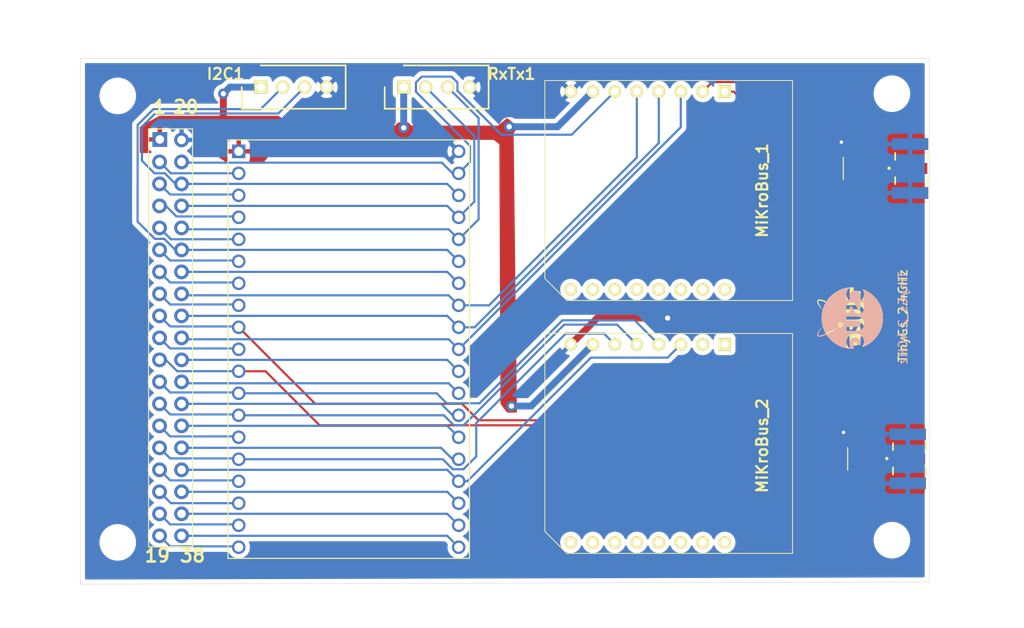
<source format=kicad_pcb>
(kicad_pcb (version 20171130) (host pcbnew "(5.1.10)-1")

  (general
    (thickness 1.6)
    (drawings 12)
    (tracks 238)
    (zones 0)
    (modules 16)
    (nets 59)
  )

  (page A4)
  (title_block
    (title Carte_ESP_MiKroBus_V1)
  )

  (layers
    (0 F.Cu signal)
    (31 B.Cu signal)
    (32 B.Adhes user)
    (33 F.Adhes user)
    (34 B.Paste user)
    (35 F.Paste user)
    (36 B.SilkS user)
    (37 F.SilkS user)
    (38 B.Mask user)
    (39 F.Mask user)
    (40 Dwgs.User user)
    (41 Cmts.User user)
    (42 Eco1.User user)
    (43 Eco2.User user)
    (44 Edge.Cuts user)
    (45 Margin user)
    (46 B.CrtYd user)
    (47 F.CrtYd user)
    (48 B.Fab user)
    (49 F.Fab user)
  )

  (setup
    (last_trace_width 0.25)
    (trace_clearance 0.25)
    (zone_clearance 0.508)
    (zone_45_only no)
    (trace_min 0.2)
    (via_size 0.8)
    (via_drill 0.4)
    (via_min_size 0.4)
    (via_min_drill 0.3)
    (user_via 1.2 0.6)
    (uvia_size 0.3)
    (uvia_drill 0.1)
    (uvias_allowed no)
    (uvia_min_size 0.2)
    (uvia_min_drill 0.1)
    (edge_width 0.05)
    (segment_width 0.2)
    (pcb_text_width 0.3)
    (pcb_text_size 1.5 1.5)
    (mod_edge_width 0.12)
    (mod_text_size 1 1)
    (mod_text_width 0.15)
    (pad_size 1.4 1.4)
    (pad_drill 0.7)
    (pad_to_mask_clearance 0)
    (aux_axis_origin 0 0)
    (grid_origin 119.888 61.722)
    (visible_elements 7FFFFFFF)
    (pcbplotparams
      (layerselection 0x01030_ffffffff)
      (usegerberextensions false)
      (usegerberattributes true)
      (usegerberadvancedattributes true)
      (creategerberjobfile true)
      (excludeedgelayer true)
      (linewidth 0.100000)
      (plotframeref false)
      (viasonmask false)
      (mode 1)
      (useauxorigin false)
      (hpglpennumber 1)
      (hpglpenspeed 20)
      (hpglpendiameter 15.000000)
      (psnegative false)
      (psa4output false)
      (plotreference true)
      (plotvalue true)
      (plotinvisibletext false)
      (padsonsilk false)
      (subtractmaskfromsilk false)
      (outputformat 1)
      (mirror false)
      (drillshape 0)
      (scaleselection 1)
      (outputdirectory "Gerber/"))
  )

  (net 0 "")
  (net 1 +3V3)
  (net 2 GNDREF)
  (net 3 "Net-(MiKroBus_1-Pad9)")
  (net 4 "Net-(MiKroBus_1-Pad10)")
  (net 5 "Net-(MiKroBus_1-Pad11)")
  (net 6 "Net-(MiKroBus_1-Pad12)")
  (net 7 "Net-(MiKroBus_1-Pad13)")
  (net 8 "Net-(MiKroBus_1-Pad14)")
  (net 9 "Net-(MiKroBus_1-Pad15)")
  (net 10 "Net-(MiKroBus_1-Pad16)")
  (net 11 "Net-(MiKroBus_2-Pad16)")
  (net 12 "Net-(MiKroBus_2-Pad15)")
  (net 13 "Net-(MiKroBus_2-Pad14)")
  (net 14 "Net-(MiKroBus_2-Pad13)")
  (net 15 "Net-(MiKroBus_2-Pad12)")
  (net 16 "Net-(MiKroBus_2-Pad11)")
  (net 17 "Net-(MiKroBus_2-Pad10)")
  (net 18 "Net-(MiKroBus_2-Pad9)")
  (net 19 "Net-(MiKroBus_2-Pad2)")
  (net 20 "Net-(MiKroBus_2-Pad1)")
  (net 21 /19)
  (net 22 /18)
  (net 23 /17)
  (net 24 /16)
  (net 25 /14)
  (net 26 /10)
  (net 27 /8)
  (net 28 /7)
  (net 29 /6)
  (net 30 /5)
  (net 31 /4)
  (net 32 /3)
  (net 33 /2)
  (net 34 /38)
  (net 35 /37)
  (net 36 /36)
  (net 37 /33)
  (net 38 /31)
  (net 39 /30)
  (net 40 /26)
  (net 41 NSS_1)
  (net 42 LED_1)
  (net 43 LED_2)
  (net 44 NSS_0)
  (net 45 SCK_0)
  (net 46 MISO_0)
  (net 47 I2C_SDA)
  (net 48 I2C_SCL)
  (net 49 MOSI_0)
  (net 50 MOSI_1)
  (net 51 MISO_1)
  (net 52 SCK_1)
  (net 53 NReset_0)
  (net 54 RFBusy_0)
  (net 55 UART_Rx)
  (net 56 UART_Tx)
  (net 57 "Net-(SMA_1-Pad1)")
  (net 58 "Net-(SMA_2-Pad1)")

  (net_class Default "This is the default net class."
    (clearance 0.25)
    (trace_width 0.25)
    (via_dia 0.8)
    (via_drill 0.4)
    (uvia_dia 0.3)
    (uvia_drill 0.1)
    (add_net /10)
    (add_net /14)
    (add_net /16)
    (add_net /17)
    (add_net /18)
    (add_net /19)
    (add_net /2)
    (add_net /26)
    (add_net /3)
    (add_net /30)
    (add_net /31)
    (add_net /33)
    (add_net /36)
    (add_net /37)
    (add_net /38)
    (add_net /4)
    (add_net /5)
    (add_net /6)
    (add_net /7)
    (add_net /8)
    (add_net I2C_SCL)
    (add_net I2C_SDA)
    (add_net LED_1)
    (add_net LED_2)
    (add_net MISO_0)
    (add_net MISO_1)
    (add_net MOSI_0)
    (add_net MOSI_1)
    (add_net NReset_0)
    (add_net NSS_0)
    (add_net NSS_1)
    (add_net "Net-(MiKroBus_1-Pad10)")
    (add_net "Net-(MiKroBus_1-Pad11)")
    (add_net "Net-(MiKroBus_1-Pad12)")
    (add_net "Net-(MiKroBus_1-Pad13)")
    (add_net "Net-(MiKroBus_1-Pad14)")
    (add_net "Net-(MiKroBus_1-Pad15)")
    (add_net "Net-(MiKroBus_1-Pad16)")
    (add_net "Net-(MiKroBus_1-Pad9)")
    (add_net "Net-(MiKroBus_2-Pad1)")
    (add_net "Net-(MiKroBus_2-Pad10)")
    (add_net "Net-(MiKroBus_2-Pad11)")
    (add_net "Net-(MiKroBus_2-Pad12)")
    (add_net "Net-(MiKroBus_2-Pad13)")
    (add_net "Net-(MiKroBus_2-Pad14)")
    (add_net "Net-(MiKroBus_2-Pad15)")
    (add_net "Net-(MiKroBus_2-Pad16)")
    (add_net "Net-(MiKroBus_2-Pad2)")
    (add_net "Net-(MiKroBus_2-Pad9)")
    (add_net "Net-(SMA_1-Pad1)")
    (add_net "Net-(SMA_2-Pad1)")
    (add_net RFBusy_0)
    (add_net SCK_0)
    (add_net SCK_1)
    (add_net UART_Rx)
    (add_net UART_Tx)
  )

  (net_class Power ""
    (clearance 0.4)
    (trace_width 0.8)
    (via_dia 0.8)
    (via_drill 0.4)
    (uvia_dia 0.3)
    (uvia_drill 0.1)
    (add_net +3V3)
    (add_net GNDREF)
  )

  (net_class data ""
    (clearance 0.25)
    (trace_width 0.25)
    (via_dia 0.8)
    (via_drill 0.4)
    (uvia_dia 0.3)
    (uvia_drill 0.1)
  )

  (module "test connecteur:conn_2x19_2.54mm_top_bot" (layer F.Cu) (tedit 60DC28B5) (tstamp 60D15C2C)
    (at 50.292 24.638)
    (path /60D10EEA)
    (fp_text reference Connector_2x19 (at -0.254 18.796 90) (layer F.Fab)
      (effects (font (size 1 1) (thickness 0.15)))
    )
    (fp_text value Conn_02x19_Top_Bottom (at 1.27 1.778) (layer F.Fab)
      (effects (font (size 1 1) (thickness 0.15)))
    )
    (fp_line (start 1.27 49.53) (end 6.35 49.53) (layer F.SilkS) (width 0.12))
    (fp_line (start 1.27 1.27) (end 1.27 49.53) (layer F.SilkS) (width 0.12))
    (fp_line (start 6.35 1.27) (end 1.27 1.27) (layer F.SilkS) (width 0.12))
    (fp_line (start 6.35 49.53) (end 6.35 1.27) (layer F.SilkS) (width 0.12))
    (pad 24 thru_hole oval (at 5.08 12.7) (size 1.7 1.7) (drill 1) (layers *.Cu *.Mask)
      (net 55 UART_Rx))
    (pad 23 thru_hole oval (at 5.08 10.16) (size 1.7 1.7) (drill 1) (layers *.Cu *.Mask)
      (net 56 UART_Tx))
    (pad 38 thru_hole oval (at 5.08 48.26) (size 1.7 1.7) (drill 1) (layers *.Cu *.Mask)
      (net 34 /38))
    (pad 37 thru_hole oval (at 5.08 45.72) (size 1.7 1.7) (drill 1) (layers *.Cu *.Mask)
      (net 35 /37))
    (pad 36 thru_hole oval (at 5.08 43.18) (size 1.7 1.7) (drill 1) (layers *.Cu *.Mask)
      (net 36 /36))
    (pad 35 thru_hole oval (at 5.08 40.64) (size 1.7 1.7) (drill 1) (layers *.Cu *.Mask)
      (net 41 NSS_1))
    (pad 34 thru_hole oval (at 5.08 38.1) (size 1.7 1.7) (drill 1) (layers *.Cu *.Mask)
      (net 42 LED_1))
    (pad 33 thru_hole oval (at 5.08 35.56) (size 1.7 1.7) (drill 1) (layers *.Cu *.Mask)
      (net 37 /33))
    (pad 32 thru_hole oval (at 5.08 33.02) (size 1.7 1.7) (drill 1) (layers *.Cu *.Mask)
      (net 43 LED_2))
    (pad 31 thru_hole oval (at 5.08 30.48) (size 1.7 1.7) (drill 1) (layers *.Cu *.Mask)
      (net 38 /31))
    (pad 30 thru_hole oval (at 5.08 27.94) (size 1.7 1.7) (drill 1) (layers *.Cu *.Mask)
      (net 39 /30))
    (pad 29 thru_hole oval (at 5.08 25.4) (size 1.7 1.7) (drill 1) (layers *.Cu *.Mask)
      (net 44 NSS_0))
    (pad 28 thru_hole oval (at 5.08 22.86) (size 1.7 1.7) (drill 1) (layers *.Cu *.Mask)
      (net 45 SCK_0))
    (pad 27 thru_hole oval (at 5.08 20.32) (size 1.7 1.7) (drill 1) (layers *.Cu *.Mask)
      (net 46 MISO_0))
    (pad 26 thru_hole oval (at 5.08 17.78) (size 1.7 1.7) (drill 1) (layers *.Cu *.Mask)
      (net 40 /26))
    (pad 25 thru_hole oval (at 5.08 15.24) (size 1.7 1.7) (drill 1) (layers *.Cu *.Mask)
      (net 47 I2C_SDA))
    (pad 22 thru_hole oval (at 5.08 7.62) (size 1.7 1.7) (drill 1) (layers *.Cu *.Mask)
      (net 48 I2C_SCL))
    (pad 21 thru_hole oval (at 5.08 5.08) (size 1.7 1.7) (drill 1) (layers *.Cu *.Mask)
      (net 49 MOSI_0))
    (pad 20 thru_hole oval (at 5.08 2.54) (size 1.7 1.7) (drill 1) (layers *.Cu *.Mask)
      (net 2 GNDREF))
    (pad 19 thru_hole oval (at 2.54 48.26) (size 1.7 1.7) (drill 1) (layers *.Cu *.Mask)
      (net 21 /19))
    (pad 18 thru_hole oval (at 2.54 45.72) (size 1.7 1.7) (drill 1) (layers *.Cu *.Mask)
      (net 22 /18))
    (pad 17 thru_hole oval (at 2.54 43.18) (size 1.7 1.7) (drill 1) (layers *.Cu *.Mask)
      (net 23 /17))
    (pad 16 thru_hole oval (at 2.54 40.64) (size 1.7 1.7) (drill 1) (layers *.Cu *.Mask)
      (net 24 /16))
    (pad 15 thru_hole oval (at 2.54 38.1) (size 1.7 1.7) (drill 1) (layers *.Cu *.Mask)
      (net 50 MOSI_1))
    (pad 14 thru_hole oval (at 2.54 35.56) (size 1.7 1.7) (drill 1) (layers *.Cu *.Mask)
      (net 25 /14))
    (pad 13 thru_hole oval (at 2.54 33.02) (size 1.7 1.7) (drill 1) (layers *.Cu *.Mask)
      (net 51 MISO_1))
    (pad 12 thru_hole oval (at 2.54 30.48) (size 1.7 1.7) (drill 1) (layers *.Cu *.Mask)
      (net 52 SCK_1))
    (pad 11 thru_hole oval (at 2.54 27.94) (size 1.7 1.7) (drill 1) (layers *.Cu *.Mask)
      (net 53 NReset_0))
    (pad 10 thru_hole oval (at 2.54 25.4) (size 1.7 1.7) (drill 1) (layers *.Cu *.Mask)
      (net 26 /10))
    (pad 9 thru_hole oval (at 2.54 22.86) (size 1.7 1.7) (drill 1) (layers *.Cu *.Mask)
      (net 54 RFBusy_0))
    (pad 8 thru_hole oval (at 2.54 20.32) (size 1.7 1.7) (drill 1) (layers *.Cu *.Mask)
      (net 27 /8))
    (pad 7 thru_hole oval (at 2.54 17.78) (size 1.7 1.7) (drill 1) (layers *.Cu *.Mask)
      (net 28 /7))
    (pad 6 thru_hole oval (at 2.54 15.24) (size 1.7 1.7) (drill 1) (layers *.Cu *.Mask)
      (net 29 /6))
    (pad 5 thru_hole oval (at 2.54 12.7) (size 1.7 1.7) (drill 1) (layers *.Cu *.Mask)
      (net 30 /5))
    (pad 4 thru_hole oval (at 2.54 10.16) (size 1.7 1.7) (drill 1) (layers *.Cu *.Mask)
      (net 31 /4))
    (pad 3 thru_hole oval (at 2.54 7.62) (size 1.7 1.7) (drill 1) (layers *.Cu *.Mask)
      (net 32 /3))
    (pad 2 thru_hole oval (at 2.54 5.08) (size 1.7 1.7) (drill 1) (layers *.Cu *.Mask)
      (net 33 /2))
    (pad 1 thru_hole rect (at 2.5654 2.4892) (size 1.7 1.7) (drill 1) (layers *.Cu *.Mask)
      (net 1 +3V3))
  )

  (module ESP32-DEVKITC-32D:MODULE_ESP32-DEVKITC-V4-32D (layer F.Cu) (tedit 60DC24C7) (tstamp 60CCB04A)
    (at 74.676 48.26)
    (path /60CC8D38)
    (fp_text reference U1 (at -13.97 -27.686) (layer F.SilkS) hide
      (effects (font (size 1.000386 1.000386) (thickness 0.015)))
    )
    (fp_text value ESP32-DEVKITC-32D (at 0 -23.114) (layer F.Fab)
      (effects (font (size 1.001047 1.001047) (thickness 0.015)))
    )
    (fp_line (start -3.048 -21.336) (end 14.2 -21.336) (layer F.CrtYd) (width 0.05))
    (fp_circle (center -14.6 -19.9) (end -14.46 -19.9) (layer F.Fab) (width 0.28))
    (fp_circle (center -14.6 -19.9) (end -14.46 -19.9) (layer F.Fab) (width 0.28))
    (fp_line (start -14.2 27.5) (end -14.224 -21.336) (layer F.CrtYd) (width 0.05))
    (fp_line (start 14.2 27.5) (end -14.2 27.5) (layer F.CrtYd) (width 0.05))
    (fp_line (start 14.2 -21.336) (end 14.2 27.5) (layer F.CrtYd) (width 0.05))
    (fp_line (start -14.224 -21.336) (end -3.048 -21.336) (layer F.CrtYd) (width 0.05))
    (fp_line (start 13.95 27.25) (end -13.95 27.25) (layer F.SilkS) (width 0.127))
    (fp_line (start 13.95 -21.082) (end 13.95 27.25) (layer F.SilkS) (width 0.127))
    (fp_line (start -13.97 -21.082) (end 13.97 -21.082) (layer F.SilkS) (width 0.127))
    (fp_line (start -13.95 27.25) (end -13.95 -21.082) (layer F.SilkS) (width 0.127))
    (fp_line (start -13.95 27.25) (end -13.97 -21.082) (layer F.Fab) (width 0.127))
    (fp_line (start 13.95 27.25) (end -13.95 27.25) (layer F.Fab) (width 0.127))
    (fp_line (start 13.97 -21.082) (end 13.95 27.25) (layer F.Fab) (width 0.127))
    (pad 1 thru_hole rect (at -12.7 -19.76) (size 1.56 1.56) (drill 1.04) (layers *.Cu *.Mask)
      (net 1 +3V3))
    (pad 2 thru_hole circle (at -12.7 -17.22) (size 1.56 1.56) (drill 1.04) (layers *.Cu *.Mask)
      (net 33 /2))
    (pad 19 thru_hole circle (at -12.7 25.96) (size 1.56 1.56) (drill 1.04) (layers *.Cu *.Mask)
      (net 21 /19))
    (pad 3 thru_hole circle (at -12.7 -14.68) (size 1.56 1.56) (drill 1.04) (layers *.Cu *.Mask)
      (net 32 /3))
    (pad 4 thru_hole circle (at -12.7 -12.14) (size 1.56 1.56) (drill 1.04) (layers *.Cu *.Mask)
      (net 31 /4))
    (pad 5 thru_hole circle (at -12.7 -9.6) (size 1.56 1.56) (drill 1.04) (layers *.Cu *.Mask)
      (net 30 /5))
    (pad 6 thru_hole circle (at -12.7 -7.06) (size 1.56 1.56) (drill 1.04) (layers *.Cu *.Mask)
      (net 29 /6))
    (pad 7 thru_hole circle (at -12.7 -4.52) (size 1.56 1.56) (drill 1.04) (layers *.Cu *.Mask)
      (net 28 /7))
    (pad 8 thru_hole circle (at -12.7 -1.98) (size 1.56 1.56) (drill 1.04) (layers *.Cu *.Mask)
      (net 27 /8))
    (pad 9 thru_hole circle (at -12.7 0.56) (size 1.56 1.56) (drill 1.04) (layers *.Cu *.Mask)
      (net 54 RFBusy_0))
    (pad 10 thru_hole circle (at -12.7 3.1) (size 1.56 1.56) (drill 1.04) (layers *.Cu *.Mask)
      (net 26 /10))
    (pad 11 thru_hole circle (at -12.7 5.64) (size 1.56 1.56) (drill 1.04) (layers *.Cu *.Mask)
      (net 53 NReset_0))
    (pad 12 thru_hole circle (at -12.7 8.18) (size 1.56 1.56) (drill 1.04) (layers *.Cu *.Mask)
      (net 52 SCK_1))
    (pad 13 thru_hole circle (at -12.7 10.72) (size 1.56 1.56) (drill 1.04) (layers *.Cu *.Mask)
      (net 51 MISO_1))
    (pad 14 thru_hole circle (at -12.7 13.26) (size 1.56 1.56) (drill 1.04) (layers *.Cu *.Mask)
      (net 25 /14))
    (pad 15 thru_hole circle (at -12.7 15.8) (size 1.56 1.56) (drill 1.04) (layers *.Cu *.Mask)
      (net 50 MOSI_1))
    (pad 16 thru_hole circle (at -12.7 18.34) (size 1.56 1.56) (drill 1.04) (layers *.Cu *.Mask)
      (net 24 /16))
    (pad 17 thru_hole circle (at -12.7 20.88) (size 1.56 1.56) (drill 1.04) (layers *.Cu *.Mask)
      (net 23 /17))
    (pad 18 thru_hole circle (at -12.7 23.42) (size 1.56 1.56) (drill 1.04) (layers *.Cu *.Mask)
      (net 22 /18))
    (pad 20 thru_hole circle (at 12.7 -19.76) (size 1.56 1.56) (drill 1.04) (layers *.Cu *.Mask)
      (net 2 GNDREF))
    (pad 21 thru_hole circle (at 12.7 -17.22) (size 1.56 1.56) (drill 1.04) (layers *.Cu *.Mask)
      (net 49 MOSI_0))
    (pad 22 thru_hole circle (at 12.7 -14.68) (size 1.56 1.56) (drill 1.04) (layers *.Cu *.Mask)
      (net 48 I2C_SCL))
    (pad 23 thru_hole circle (at 12.7 -12.14) (size 1.56 1.56) (drill 1.04) (layers *.Cu *.Mask)
      (net 56 UART_Tx))
    (pad 24 thru_hole circle (at 12.7 -9.6) (size 1.56 1.56) (drill 1.04) (layers *.Cu *.Mask)
      (net 55 UART_Rx))
    (pad 25 thru_hole circle (at 12.7 -7.06) (size 1.56 1.56) (drill 1.04) (layers *.Cu *.Mask)
      (net 47 I2C_SDA))
    (pad 26 thru_hole circle (at 12.7 -4.52) (size 1.56 1.56) (drill 1.04) (layers *.Cu *.Mask)
      (net 40 /26))
    (pad 27 thru_hole circle (at 12.7 -1.98) (size 1.56 1.56) (drill 1.04) (layers *.Cu *.Mask)
      (net 46 MISO_0))
    (pad 28 thru_hole circle (at 12.7 0.56) (size 1.56 1.56) (drill 1.04) (layers *.Cu *.Mask)
      (net 45 SCK_0))
    (pad 29 thru_hole circle (at 12.7 3.1) (size 1.56 1.56) (drill 1.04) (layers *.Cu *.Mask)
      (net 44 NSS_0))
    (pad 30 thru_hole circle (at 12.7 5.64) (size 1.56 1.56) (drill 1.04) (layers *.Cu *.Mask)
      (net 39 /30))
    (pad 31 thru_hole circle (at 12.7 8.18) (size 1.56 1.56) (drill 1.04) (layers *.Cu *.Mask)
      (net 38 /31))
    (pad 32 thru_hole circle (at 12.7 10.72) (size 1.56 1.56) (drill 1.04) (layers *.Cu *.Mask)
      (net 43 LED_2))
    (pad 33 thru_hole circle (at 12.7 13.26) (size 1.56 1.56) (drill 1.04) (layers *.Cu *.Mask)
      (net 37 /33))
    (pad 34 thru_hole circle (at 12.7 15.8) (size 1.56 1.56) (drill 1.04) (layers *.Cu *.Mask)
      (net 42 LED_1))
    (pad 35 thru_hole circle (at 12.7 18.34) (size 1.56 1.56) (drill 1.04) (layers *.Cu *.Mask)
      (net 41 NSS_1))
    (pad 36 thru_hole circle (at 12.7 20.88) (size 1.56 1.56) (drill 1.04) (layers *.Cu *.Mask)
      (net 36 /36))
    (pad 37 thru_hole circle (at 12.7 23.42) (size 1.56 1.56) (drill 1.04) (layers *.Cu *.Mask)
      (net 35 /37))
    (pad 38 thru_hole circle (at 12.7 25.96) (size 1.56 1.56) (drill 1.04) (layers *.Cu *.Mask)
      (net 34 /38))
  )

  (module Logos-image:Image-Csug_10x10 (layer B.Cu) (tedit 60DB2499) (tstamp 60DB99B0)
    (at 132.588 47.752 270)
    (fp_text reference G*** (at 0 0 270) (layer B.SilkS) hide
      (effects (font (size 1.524 1.524) (thickness 0.3)) (justify mirror))
    )
    (fp_text value LOGO (at 0.75 0 270) (layer B.SilkS) hide
      (effects (font (size 1.524 1.524) (thickness 0.3)) (justify mirror))
    )
    (fp_poly (pts (xy 2.000045 3.802185) (xy 2.056424 3.770401) (xy 2.09647 3.728015) (xy 2.132623 3.680914)
      (xy 2.151797 3.637366) (xy 2.157503 3.580662) (xy 2.153253 3.494097) (xy 2.151193 3.467665)
      (xy 2.134305 3.352084) (xy 2.099434 3.218042) (xy 2.044142 3.057884) (xy 1.965994 2.863957)
      (xy 1.938726 2.80035) (xy 1.915145 2.771846) (xy 1.876916 2.780296) (xy 1.841482 2.803573)
      (xy 1.816723 2.824974) (xy 1.808808 2.850011) (xy 1.818999 2.891799) (xy 1.848557 2.963455)
      (xy 1.859185 2.987723) (xy 1.935302 3.176442) (xy 1.98835 3.341861) (xy 2.017141 3.478769)
      (xy 2.020485 3.581955) (xy 2.006304 3.632754) (xy 1.982398 3.666126) (xy 1.947597 3.679915)
      (xy 1.885677 3.678417) (xy 1.848955 3.674414) (xy 1.750461 3.64981) (xy 1.62003 3.597492)
      (xy 1.465526 3.521314) (xy 1.294814 3.425129) (xy 1.1303 3.322342) (xy 0.9779 3.222626)
      (xy 1.0922 3.329618) (xy 1.260454 3.475263) (xy 1.429753 3.599918) (xy 1.592806 3.69936)
      (xy 1.742323 3.769369) (xy 1.871011 3.805721) (xy 1.921792 3.80998) (xy 2.000045 3.802185)) (layer B.SilkS) (width 0.01))
    (fp_poly (pts (xy 0.613358 3.243932) (xy 1.016208 3.149381) (xy 1.127144 3.11431) (xy 1.234448 3.075786)
      (xy 1.355368 3.028232) (xy 1.478902 2.976471) (xy 1.594049 2.925325) (xy 1.689806 2.879617)
      (xy 1.755172 2.84417) (xy 1.774454 2.830552) (xy 1.766916 2.805559) (xy 1.737977 2.742617)
      (xy 1.691017 2.648124) (xy 1.629416 2.528476) (xy 1.556554 2.390069) (xy 1.47581 2.239302)
      (xy 1.390566 2.08257) (xy 1.304201 1.926271) (xy 1.220095 1.776801) (xy 1.187734 1.720168)
      (xy 1.135416 1.625682) (xy 1.096202 1.548252) (xy 1.074886 1.497767) (xy 1.073114 1.483819)
      (xy 1.095081 1.495115) (xy 1.139706 1.543314) (xy 1.202707 1.62225) (xy 1.279803 1.725758)
      (xy 1.366712 1.847671) (xy 1.459151 1.981825) (xy 1.55284 2.122054) (xy 1.643497 2.262192)
      (xy 1.726839 2.396074) (xy 1.798585 2.517534) (xy 1.829403 2.572843) (xy 1.923054 2.745385)
      (xy 2.136277 2.587317) (xy 2.442126 2.330068) (xy 2.720323 2.034426) (xy 2.965211 1.70779)
      (xy 3.171135 1.357558) (xy 3.308465 1.0541) (xy 3.422234 0.722844) (xy 3.496275 0.404726)
      (xy 3.53354 0.085338) (xy 3.539225 -0.072138) (xy 3.5433 -0.410976) (xy 3.16865 -0.407521)
      (xy 2.794 -0.404065) (xy 2.794 -0.7874) (xy 3.094786 -0.7874) (xy 3.103143 -0.980528)
      (xy 3.105183 -1.076617) (xy 3.102913 -1.153459) (xy 3.096838 -1.196491) (xy 3.095551 -1.199258)
      (xy 3.062962 -1.211114) (xy 2.990382 -1.217006) (xy 2.888356 -1.216136) (xy 2.877658 -1.21568)
      (xy 2.764176 -1.207534) (xy 2.681846 -1.19198) (xy 2.611067 -1.163853) (xy 2.550706 -1.129516)
      (xy 2.428511 -1.025647) (xy 2.339971 -0.889342) (xy 2.287341 -0.728096) (xy 2.272872 -0.549405)
      (xy 2.298819 -0.360765) (xy 2.308593 -0.324109) (xy 2.371103 -0.194616) (xy 2.474547 -0.0829)
      (xy 2.60998 0.002886) (xy 2.708276 0.040117) (xy 2.8369 0.063579) (xy 2.986921 0.06995)
      (xy 3.136801 0.05979) (xy 3.265004 0.033661) (xy 3.290458 0.02496) (xy 3.35105 0.008975)
      (xy 3.391317 0.009346) (xy 3.411859 0.038863) (xy 3.434399 0.102434) (xy 3.455161 0.183643)
      (xy 3.470374 0.266072) (xy 3.476264 0.333307) (xy 3.47262 0.363074) (xy 3.438484 0.390514)
      (xy 3.364259 0.416607) (xy 3.260654 0.439281) (xy 3.138374 0.456462) (xy 3.008126 0.46608)
      (xy 2.9337 0.467379) (xy 2.66974 0.445704) (xy 2.435661 0.384376) (xy 2.232622 0.284044)
      (xy 2.061787 0.145357) (xy 1.924315 -0.031039) (xy 1.872554 -0.124762) (xy 1.8377 -0.198203)
      (xy 1.814461 -0.259171) (xy 1.800491 -0.321191) (xy 1.793443 -0.397785) (xy 1.790968 -0.502478)
      (xy 1.7907 -0.596365) (xy 1.791722 -0.730982) (xy 1.79609 -0.828003) (xy 1.805757 -0.900615)
      (xy 1.822675 -0.962002) (xy 1.848796 -1.025351) (xy 1.856768 -1.042559) (xy 1.971304 -1.230534)
      (xy 2.120375 -1.382716) (xy 2.301272 -1.497866) (xy 2.51129 -1.574741) (xy 2.747721 -1.612102)
      (xy 3.007858 -1.608705) (xy 3.075677 -1.601418) (xy 3.172788 -1.590424) (xy 3.248502 -1.584081)
      (xy 3.290438 -1.583341) (xy 3.29479 -1.584524) (xy 3.287567 -1.609373) (xy 3.261004 -1.670263)
      (xy 3.219247 -1.758187) (xy 3.166439 -1.864138) (xy 3.163396 -1.870112) (xy 2.959523 -2.215597)
      (xy 2.713779 -2.538298) (xy 2.431575 -2.833549) (xy 2.11832 -3.096684) (xy 1.779422 -3.323035)
      (xy 1.420292 -3.507936) (xy 1.137826 -3.61764) (xy 0.829005 -3.70271) (xy 0.49524 -3.762085)
      (xy 0.154693 -3.793701) (xy -0.174475 -3.795495) (xy -0.3302 -3.784455) (xy -0.726963 -3.721096)
      (xy -1.116691 -3.612992) (xy -1.491722 -3.463383) (xy -1.844393 -3.275512) (xy -2.167042 -3.052618)
      (xy -2.27972 -2.959811) (xy -2.397511 -2.850824) (xy -2.527813 -2.718646) (xy -2.659408 -2.575679)
      (xy -2.781081 -2.434325) (xy -2.881616 -2.306987) (xy -2.923516 -2.2479) (xy -3.000997 -2.123094)
      (xy -3.086454 -1.970808) (xy -3.170775 -1.808561) (xy -3.244849 -1.65387) (xy -3.298632 -1.526714)
      (xy -3.346798 -1.399953) (xy -3.216261 -1.473623) (xy -3.02413 -1.560386) (xy -2.818861 -1.608601)
      (xy -2.589519 -1.62051) (xy -2.5146 -1.617351) (xy -2.360406 -1.603626) (xy -2.234524 -1.583706)
      (xy -2.143182 -1.559095) (xy -2.092605 -1.531298) (xy -2.084431 -1.513388) (xy -2.08835 -1.488005)
      (xy -1.862814 -1.488005) (xy -1.855013 -1.507947) (xy -1.819199 -1.526752) (xy -1.749093 -1.552225)
      (xy -1.659735 -1.57891) (xy -1.657966 -1.579389) (xy -1.484394 -1.611294) (xy -1.296896 -1.620565)
      (xy -1.112278 -1.607959) (xy -0.947344 -1.574233) (xy -0.8636 -1.543621) (xy -0.702719 -1.449956)
      (xy -0.587042 -1.334298) (xy -0.514853 -1.194116) (xy -0.484432 -1.026878) (xy -0.483158 -0.983238)
      (xy -0.502574 -0.825465) (xy -0.563487 -0.687938) (xy -0.667979 -0.568223) (xy -0.81813 -0.463883)
      (xy -0.999288 -0.379017) (xy -1.154273 -0.312447) (xy -1.264077 -0.252213) (xy -1.333364 -0.194847)
      (xy -1.366798 -0.13688) (xy -1.3716 -0.10215) (xy -1.349526 -0.019392) (xy -1.284167 0.038219)
      (xy -1.176823 0.069889) (xy -1.080112 0.0762) (xy -0.969319 0.069635) (xy -0.856248 0.052809)
      (xy -0.798322 0.038836) (xy -0.724889 0.020841) (xy -0.672919 0.015702) (xy -0.658883 0.019786)
      (xy -0.642071 0.056416) (xy -0.620833 0.123785) (xy -0.599126 0.205842) (xy -0.580907 0.286538)
      (xy -0.570131 0.349825) (xy -0.570308 0.37907) (xy -0.611503 0.406635) (xy -0.693092 0.431354)
      (xy -0.804679 0.451374) (xy -0.861437 0.4572) (xy -0.1778 0.4572) (xy -0.1778 -0.212433)
      (xy -0.176819 -0.400051) (xy -0.174057 -0.578135) (xy -0.16979 -0.738139) (xy -0.16429 -0.871521)
      (xy -0.157832 -0.969734) (xy -0.151945 -1.018399) (xy -0.097053 -1.188489) (xy -0.00436 -1.341557)
      (xy 0.118058 -1.468599) (xy 0.26213 -1.560613) (xy 0.3683 -1.598567) (xy 0.492849 -1.61621)
      (xy 0.642965 -1.61802) (xy 0.798988 -1.605434) (xy 0.941256 -1.579889) (xy 1.034837 -1.549862)
      (xy 1.17762 -1.463268) (xy 1.301952 -1.339548) (xy 1.394595 -1.192105) (xy 1.400123 -1.179954)
      (xy 1.433434 -1.085107) (xy 1.459061 -0.965813) (xy 1.477449 -0.816956) (xy 1.489047 -0.633417)
      (xy 1.494303 -0.41008) (xy 1.493663 -0.141827) (xy 1.493319 -0.1143) (xy 1.4859 0.4445)
      (xy 1.252724 0.45178) (xy 1.019549 0.45906) (xy 1.011424 -0.25942) (xy 1.008941 -0.469323)
      (xy 1.006433 -0.634714) (xy 1.00337 -0.761879) (xy 0.999218 -0.857102) (xy 0.993445 -0.926669)
      (xy 0.98552 -0.976866) (xy 0.974909 -1.013977) (xy 0.961082 -1.044289) (xy 0.943505 -1.074086)
      (xy 0.942277 -1.076064) (xy 0.857895 -1.170295) (xy 0.751611 -1.22692) (xy 0.635186 -1.242295)
      (xy 0.520379 -1.212776) (xy 0.513028 -1.2091) (xy 0.450628 -1.170779) (xy 0.400138 -1.123338)
      (xy 0.360359 -1.061391) (xy 0.330092 -0.979554) (xy 0.30814 -0.872443) (xy 0.293303 -0.734674)
      (xy 0.284382 -0.560863) (xy 0.280178 -0.345626) (xy 0.2794 -0.159763) (xy 0.2794 0.4572)
      (xy -0.1778 0.4572) (xy -0.861437 0.4572) (xy -0.935868 0.46484) (xy -1.076263 0.469898)
      (xy -1.0795 0.4699) (xy -1.204805 0.468161) (xy -1.295395 0.461149) (xy -1.367291 0.446178)
      (xy -1.436513 0.420557) (xy -1.4732 0.403825) (xy -1.625196 0.313673) (xy -1.735587 0.204096)
      (xy -1.806751 0.080445) (xy -1.849573 -0.076113) (xy -1.843969 -0.228257) (xy -1.792313 -0.37165)
      (xy -1.696977 -0.501955) (xy -1.560336 -0.614835) (xy -1.384763 -0.705951) (xy -1.374073 -0.710225)
      (xy -1.208967 -0.780201) (xy -1.089442 -0.843664) (xy -1.011403 -0.904715) (xy -0.970752 -0.967455)
      (xy -0.963392 -1.035985) (xy -0.980979 -1.103762) (xy -1.029253 -1.162132) (xy -1.116382 -1.200719)
      (xy -1.234091 -1.218699) (xy -1.374105 -1.21525) (xy -1.52815 -1.189552) (xy -1.612905 -1.166551)
      (xy -1.69764 -1.141694) (xy -1.760495 -1.125737) (xy -1.788674 -1.121907) (xy -1.789013 -1.122171)
      (xy -1.797517 -1.149045) (xy -1.814197 -1.2122) (xy -1.835586 -1.298467) (xy -1.837556 -1.306632)
      (xy -1.859915 -1.418882) (xy -1.862814 -1.488005) (xy -2.08835 -1.488005) (xy -2.090311 -1.47531)
      (xy -2.103912 -1.404435) (xy -2.118616 -1.3335) (xy -2.138494 -1.249445) (xy -2.156977 -1.204579)
      (xy -2.18109 -1.187991) (xy -2.212235 -1.188086) (xy -2.409942 -1.207317) (xy -2.565545 -1.21435)
      (xy -2.686273 -1.20911) (xy -2.779356 -1.191517) (xy -2.808611 -1.18172) (xy -2.952566 -1.101543)
      (xy -3.061805 -0.985949) (xy -3.134535 -0.838207) (xy -3.168963 -0.661585) (xy -3.169397 -0.523772)
      (xy -3.137585 -0.333594) (xy -3.070129 -0.177004) (xy -2.968394 -0.055954) (xy -2.83375 0.027606)
      (xy -2.766186 0.051493) (xy -2.664435 0.068852) (xy -2.537386 0.074293) (xy -2.406728 0.068302)
      (xy -2.29415 0.051366) (xy -2.254362 0.040017) (xy -2.159223 0.006063) (xy -2.130841 0.110982)
      (xy -2.106776 0.197583) (xy -2.083668 0.277184) (xy -2.07993 0.289541) (xy -2.064399 0.345738)
      (xy -2.065943 0.381216) (xy -2.093086 0.404444) (xy -2.154355 0.423892) (xy -2.233865 0.442465)
      (xy -2.479372 0.477389) (xy -2.717755 0.471169) (xy -2.942457 0.425775) (xy -3.146922 0.343177)
      (xy -3.324593 0.225344) (xy -3.468915 0.074246) (xy -3.471654 0.070578) (xy -3.5335 -0.0127)
      (xy -3.516729 0.127) (xy -3.440873 0.55375) (xy -3.319036 0.960938) (xy -3.278198 1.055592)
      (xy 0.4318 1.055592) (xy 0.448454 1.03453) (xy 0.492089 0.988192) (xy 0.55245 0.927414)
      (xy 0.619618 0.863722) (xy 0.667155 0.829829) (xy 0.710336 0.818628) (xy 0.764438 0.823014)
      (xy 0.773746 0.824466) (xy 0.840381 0.837484) (xy 0.882171 0.850091) (xy 0.886836 0.852971)
      (xy 0.876397 0.875473) (xy 0.837349 0.923363) (xy 0.777759 0.986877) (xy 0.7687 0.995995)
      (xy 0.638119 1.126576) (xy 0.534959 1.095669) (xy 0.471718 1.074783) (xy 0.435293 1.059001)
      (xy 0.4318 1.055592) (xy -3.278198 1.055592) (xy -3.255788 1.107532) (xy 0.4064 1.107532)
      (xy 0.427824 1.107699) (xy 0.482341 1.12186) (xy 0.520152 1.134043) (xy 0.565249 1.1557)
      (xy 0.663732 1.1557) (xy 0.794548 1.02235) (xy 0.858253 0.957943) (xy 0.906054 0.910621)
      (xy 0.928842 0.889381) (xy 0.92953 0.889) (xy 0.945644 0.907615) (xy 0.984101 0.956579)
      (xy 1.036806 1.025572) (xy 1.040527 1.030498) (xy 1.147359 1.171995) (xy 1.024529 1.297158)
      (xy 0.961129 1.358638) (xy 0.911254 1.401255) (xy 0.885344 1.416117) (xy 0.88496 1.41601)
      (xy 0.861486 1.394339) (xy 0.816768 1.344027) (xy 0.765976 1.2827) (xy 0.663732 1.1557)
      (xy 0.565249 1.1557) (xy 0.607533 1.176006) (xy 0.682552 1.243645) (xy 0.726392 1.298795)
      (xy 0.773126 1.366203) (xy 0.802471 1.415924) (xy 0.808197 1.435469) (xy 0.779528 1.435585)
      (xy 0.721588 1.422589) (xy 0.703342 1.417248) (xy 0.623947 1.376578) (xy 0.544106 1.299559)
      (xy 0.507784 1.254062) (xy 0.456279 1.184136) (xy 0.419783 1.131322) (xy 0.4064 1.107532)
      (xy -3.255788 1.107532) (xy -3.152915 1.345965) (xy -2.944206 1.706234) (xy -2.694605 2.039144)
      (xy -2.405808 2.342097) (xy -2.079511 2.612494) (xy -1.755467 2.825702) (xy -1.391491 3.010222)
      (xy -1.008496 3.149485) (xy -0.611496 3.242989) (xy -0.20551 3.290234) (xy 0.204447 3.290715)
      (xy 0.613358 3.243932)) (layer B.SilkS) (width 0.01))
  )

  (module Logos-image:Image-Csug_10x10 (layer F.Cu) (tedit 60DB2499) (tstamp 60DB998F)
    (at 132.588 47.752 90)
    (fp_text reference G*** (at 0 0 90) (layer F.SilkS) hide
      (effects (font (size 1.524 1.524) (thickness 0.3)))
    )
    (fp_text value LOGO (at 0.75 0 90) (layer F.SilkS) hide
      (effects (font (size 1.524 1.524) (thickness 0.3)))
    )
    (fp_poly (pts (xy 0.613358 -3.243932) (xy 1.016208 -3.149381) (xy 1.127144 -3.11431) (xy 1.234448 -3.075786)
      (xy 1.355368 -3.028232) (xy 1.478902 -2.976471) (xy 1.594049 -2.925325) (xy 1.689806 -2.879617)
      (xy 1.755172 -2.84417) (xy 1.774454 -2.830552) (xy 1.766916 -2.805559) (xy 1.737977 -2.742617)
      (xy 1.691017 -2.648124) (xy 1.629416 -2.528476) (xy 1.556554 -2.390069) (xy 1.47581 -2.239302)
      (xy 1.390566 -2.08257) (xy 1.304201 -1.926271) (xy 1.220095 -1.776801) (xy 1.187734 -1.720168)
      (xy 1.135416 -1.625682) (xy 1.096202 -1.548252) (xy 1.074886 -1.497767) (xy 1.073114 -1.483819)
      (xy 1.095081 -1.495115) (xy 1.139706 -1.543314) (xy 1.202707 -1.62225) (xy 1.279803 -1.725758)
      (xy 1.366712 -1.847671) (xy 1.459151 -1.981825) (xy 1.55284 -2.122054) (xy 1.643497 -2.262192)
      (xy 1.726839 -2.396074) (xy 1.798585 -2.517534) (xy 1.829403 -2.572843) (xy 1.923054 -2.745385)
      (xy 2.136277 -2.587317) (xy 2.442126 -2.330068) (xy 2.720323 -2.034426) (xy 2.965211 -1.70779)
      (xy 3.171135 -1.357558) (xy 3.308465 -1.0541) (xy 3.422234 -0.722844) (xy 3.496275 -0.404726)
      (xy 3.53354 -0.085338) (xy 3.539225 0.072138) (xy 3.5433 0.410976) (xy 3.16865 0.407521)
      (xy 2.794 0.404065) (xy 2.794 0.7874) (xy 3.094786 0.7874) (xy 3.103143 0.980528)
      (xy 3.105183 1.076617) (xy 3.102913 1.153459) (xy 3.096838 1.196491) (xy 3.095551 1.199258)
      (xy 3.062962 1.211114) (xy 2.990382 1.217006) (xy 2.888356 1.216136) (xy 2.877658 1.21568)
      (xy 2.764176 1.207534) (xy 2.681846 1.19198) (xy 2.611067 1.163853) (xy 2.550706 1.129516)
      (xy 2.428511 1.025647) (xy 2.339971 0.889342) (xy 2.287341 0.728096) (xy 2.272872 0.549405)
      (xy 2.298819 0.360765) (xy 2.308593 0.324109) (xy 2.371103 0.194616) (xy 2.474547 0.0829)
      (xy 2.60998 -0.002886) (xy 2.708276 -0.040117) (xy 2.8369 -0.063579) (xy 2.986921 -0.06995)
      (xy 3.136801 -0.05979) (xy 3.265004 -0.033661) (xy 3.290458 -0.02496) (xy 3.35105 -0.008975)
      (xy 3.391317 -0.009346) (xy 3.411859 -0.038863) (xy 3.434399 -0.102434) (xy 3.455161 -0.183643)
      (xy 3.470374 -0.266072) (xy 3.476264 -0.333307) (xy 3.47262 -0.363074) (xy 3.438484 -0.390514)
      (xy 3.364259 -0.416607) (xy 3.260654 -0.439281) (xy 3.138374 -0.456462) (xy 3.008126 -0.46608)
      (xy 2.9337 -0.467379) (xy 2.66974 -0.445704) (xy 2.435661 -0.384376) (xy 2.232622 -0.284044)
      (xy 2.061787 -0.145357) (xy 1.924315 0.031039) (xy 1.872554 0.124762) (xy 1.8377 0.198203)
      (xy 1.814461 0.259171) (xy 1.800491 0.321191) (xy 1.793443 0.397785) (xy 1.790968 0.502478)
      (xy 1.7907 0.596365) (xy 1.791722 0.730982) (xy 1.79609 0.828003) (xy 1.805757 0.900615)
      (xy 1.822675 0.962002) (xy 1.848796 1.025351) (xy 1.856768 1.042559) (xy 1.971304 1.230534)
      (xy 2.120375 1.382716) (xy 2.301272 1.497866) (xy 2.51129 1.574741) (xy 2.747721 1.612102)
      (xy 3.007858 1.608705) (xy 3.075677 1.601418) (xy 3.172788 1.590424) (xy 3.248502 1.584081)
      (xy 3.290438 1.583341) (xy 3.29479 1.584524) (xy 3.287567 1.609373) (xy 3.261004 1.670263)
      (xy 3.219247 1.758187) (xy 3.166439 1.864138) (xy 3.163396 1.870112) (xy 2.959523 2.215597)
      (xy 2.713779 2.538298) (xy 2.431575 2.833549) (xy 2.11832 3.096684) (xy 1.779422 3.323035)
      (xy 1.420292 3.507936) (xy 1.137826 3.61764) (xy 0.829005 3.70271) (xy 0.49524 3.762085)
      (xy 0.154693 3.793701) (xy -0.174475 3.795495) (xy -0.3302 3.784455) (xy -0.726963 3.721096)
      (xy -1.116691 3.612992) (xy -1.491722 3.463383) (xy -1.844393 3.275512) (xy -2.167042 3.052618)
      (xy -2.27972 2.959811) (xy -2.397511 2.850824) (xy -2.527813 2.718646) (xy -2.659408 2.575679)
      (xy -2.781081 2.434325) (xy -2.881616 2.306987) (xy -2.923516 2.2479) (xy -3.000997 2.123094)
      (xy -3.086454 1.970808) (xy -3.170775 1.808561) (xy -3.244849 1.65387) (xy -3.298632 1.526714)
      (xy -3.346798 1.399953) (xy -3.216261 1.473623) (xy -3.02413 1.560386) (xy -2.818861 1.608601)
      (xy -2.589519 1.62051) (xy -2.5146 1.617351) (xy -2.360406 1.603626) (xy -2.234524 1.583706)
      (xy -2.143182 1.559095) (xy -2.092605 1.531298) (xy -2.084431 1.513388) (xy -2.08835 1.488005)
      (xy -1.862814 1.488005) (xy -1.855013 1.507947) (xy -1.819199 1.526752) (xy -1.749093 1.552225)
      (xy -1.659735 1.57891) (xy -1.657966 1.579389) (xy -1.484394 1.611294) (xy -1.296896 1.620565)
      (xy -1.112278 1.607959) (xy -0.947344 1.574233) (xy -0.8636 1.543621) (xy -0.702719 1.449956)
      (xy -0.587042 1.334298) (xy -0.514853 1.194116) (xy -0.484432 1.026878) (xy -0.483158 0.983238)
      (xy -0.502574 0.825465) (xy -0.563487 0.687938) (xy -0.667979 0.568223) (xy -0.81813 0.463883)
      (xy -0.999288 0.379017) (xy -1.154273 0.312447) (xy -1.264077 0.252213) (xy -1.333364 0.194847)
      (xy -1.366798 0.13688) (xy -1.3716 0.10215) (xy -1.349526 0.019392) (xy -1.284167 -0.038219)
      (xy -1.176823 -0.069889) (xy -1.080112 -0.0762) (xy -0.969319 -0.069635) (xy -0.856248 -0.052809)
      (xy -0.798322 -0.038836) (xy -0.724889 -0.020841) (xy -0.672919 -0.015702) (xy -0.658883 -0.019786)
      (xy -0.642071 -0.056416) (xy -0.620833 -0.123785) (xy -0.599126 -0.205842) (xy -0.580907 -0.286538)
      (xy -0.570131 -0.349825) (xy -0.570308 -0.37907) (xy -0.611503 -0.406635) (xy -0.693092 -0.431354)
      (xy -0.804679 -0.451374) (xy -0.861437 -0.4572) (xy -0.1778 -0.4572) (xy -0.1778 0.212433)
      (xy -0.176819 0.400051) (xy -0.174057 0.578135) (xy -0.16979 0.738139) (xy -0.16429 0.871521)
      (xy -0.157832 0.969734) (xy -0.151945 1.018399) (xy -0.097053 1.188489) (xy -0.00436 1.341557)
      (xy 0.118058 1.468599) (xy 0.26213 1.560613) (xy 0.3683 1.598567) (xy 0.492849 1.61621)
      (xy 0.642965 1.61802) (xy 0.798988 1.605434) (xy 0.941256 1.579889) (xy 1.034837 1.549862)
      (xy 1.17762 1.463268) (xy 1.301952 1.339548) (xy 1.394595 1.192105) (xy 1.400123 1.179954)
      (xy 1.433434 1.085107) (xy 1.459061 0.965813) (xy 1.477449 0.816956) (xy 1.489047 0.633417)
      (xy 1.494303 0.41008) (xy 1.493663 0.141827) (xy 1.493319 0.1143) (xy 1.4859 -0.4445)
      (xy 1.252724 -0.45178) (xy 1.019549 -0.45906) (xy 1.011424 0.25942) (xy 1.008941 0.469323)
      (xy 1.006433 0.634714) (xy 1.00337 0.761879) (xy 0.999218 0.857102) (xy 0.993445 0.926669)
      (xy 0.98552 0.976866) (xy 0.974909 1.013977) (xy 0.961082 1.044289) (xy 0.943505 1.074086)
      (xy 0.942277 1.076064) (xy 0.857895 1.170295) (xy 0.751611 1.22692) (xy 0.635186 1.242295)
      (xy 0.520379 1.212776) (xy 0.513028 1.2091) (xy 0.450628 1.170779) (xy 0.400138 1.123338)
      (xy 0.360359 1.061391) (xy 0.330092 0.979554) (xy 0.30814 0.872443) (xy 0.293303 0.734674)
      (xy 0.284382 0.560863) (xy 0.280178 0.345626) (xy 0.2794 0.159763) (xy 0.2794 -0.4572)
      (xy -0.1778 -0.4572) (xy -0.861437 -0.4572) (xy -0.935868 -0.46484) (xy -1.076263 -0.469898)
      (xy -1.0795 -0.4699) (xy -1.204805 -0.468161) (xy -1.295395 -0.461149) (xy -1.367291 -0.446178)
      (xy -1.436513 -0.420557) (xy -1.4732 -0.403825) (xy -1.625196 -0.313673) (xy -1.735587 -0.204096)
      (xy -1.806751 -0.080445) (xy -1.849573 0.076113) (xy -1.843969 0.228257) (xy -1.792313 0.37165)
      (xy -1.696977 0.501955) (xy -1.560336 0.614835) (xy -1.384763 0.705951) (xy -1.374073 0.710225)
      (xy -1.208967 0.780201) (xy -1.089442 0.843664) (xy -1.011403 0.904715) (xy -0.970752 0.967455)
      (xy -0.963392 1.035985) (xy -0.980979 1.103762) (xy -1.029253 1.162132) (xy -1.116382 1.200719)
      (xy -1.234091 1.218699) (xy -1.374105 1.21525) (xy -1.52815 1.189552) (xy -1.612905 1.166551)
      (xy -1.69764 1.141694) (xy -1.760495 1.125737) (xy -1.788674 1.121907) (xy -1.789013 1.122171)
      (xy -1.797517 1.149045) (xy -1.814197 1.2122) (xy -1.835586 1.298467) (xy -1.837556 1.306632)
      (xy -1.859915 1.418882) (xy -1.862814 1.488005) (xy -2.08835 1.488005) (xy -2.090311 1.47531)
      (xy -2.103912 1.404435) (xy -2.118616 1.3335) (xy -2.138494 1.249445) (xy -2.156977 1.204579)
      (xy -2.18109 1.187991) (xy -2.212235 1.188086) (xy -2.409942 1.207317) (xy -2.565545 1.21435)
      (xy -2.686273 1.20911) (xy -2.779356 1.191517) (xy -2.808611 1.18172) (xy -2.952566 1.101543)
      (xy -3.061805 0.985949) (xy -3.134535 0.838207) (xy -3.168963 0.661585) (xy -3.169397 0.523772)
      (xy -3.137585 0.333594) (xy -3.070129 0.177004) (xy -2.968394 0.055954) (xy -2.83375 -0.027606)
      (xy -2.766186 -0.051493) (xy -2.664435 -0.068852) (xy -2.537386 -0.074293) (xy -2.406728 -0.068302)
      (xy -2.29415 -0.051366) (xy -2.254362 -0.040017) (xy -2.159223 -0.006063) (xy -2.130841 -0.110982)
      (xy -2.106776 -0.197583) (xy -2.083668 -0.277184) (xy -2.07993 -0.289541) (xy -2.064399 -0.345738)
      (xy -2.065943 -0.381216) (xy -2.093086 -0.404444) (xy -2.154355 -0.423892) (xy -2.233865 -0.442465)
      (xy -2.479372 -0.477389) (xy -2.717755 -0.471169) (xy -2.942457 -0.425775) (xy -3.146922 -0.343177)
      (xy -3.324593 -0.225344) (xy -3.468915 -0.074246) (xy -3.471654 -0.070578) (xy -3.5335 0.0127)
      (xy -3.516729 -0.127) (xy -3.440873 -0.55375) (xy -3.319036 -0.960938) (xy -3.278198 -1.055592)
      (xy 0.4318 -1.055592) (xy 0.448454 -1.03453) (xy 0.492089 -0.988192) (xy 0.55245 -0.927414)
      (xy 0.619618 -0.863722) (xy 0.667155 -0.829829) (xy 0.710336 -0.818628) (xy 0.764438 -0.823014)
      (xy 0.773746 -0.824466) (xy 0.840381 -0.837484) (xy 0.882171 -0.850091) (xy 0.886836 -0.852971)
      (xy 0.876397 -0.875473) (xy 0.837349 -0.923363) (xy 0.777759 -0.986877) (xy 0.7687 -0.995995)
      (xy 0.638119 -1.126576) (xy 0.534959 -1.095669) (xy 0.471718 -1.074783) (xy 0.435293 -1.059001)
      (xy 0.4318 -1.055592) (xy -3.278198 -1.055592) (xy -3.255788 -1.107532) (xy 0.4064 -1.107532)
      (xy 0.427824 -1.107699) (xy 0.482341 -1.12186) (xy 0.520152 -1.134043) (xy 0.565249 -1.1557)
      (xy 0.663732 -1.1557) (xy 0.794548 -1.02235) (xy 0.858253 -0.957943) (xy 0.906054 -0.910621)
      (xy 0.928842 -0.889381) (xy 0.92953 -0.889) (xy 0.945644 -0.907615) (xy 0.984101 -0.956579)
      (xy 1.036806 -1.025572) (xy 1.040527 -1.030498) (xy 1.147359 -1.171995) (xy 1.024529 -1.297158)
      (xy 0.961129 -1.358638) (xy 0.911254 -1.401255) (xy 0.885344 -1.416117) (xy 0.88496 -1.41601)
      (xy 0.861486 -1.394339) (xy 0.816768 -1.344027) (xy 0.765976 -1.2827) (xy 0.663732 -1.1557)
      (xy 0.565249 -1.1557) (xy 0.607533 -1.176006) (xy 0.682552 -1.243645) (xy 0.726392 -1.298795)
      (xy 0.773126 -1.366203) (xy 0.802471 -1.415924) (xy 0.808197 -1.435469) (xy 0.779528 -1.435585)
      (xy 0.721588 -1.422589) (xy 0.703342 -1.417248) (xy 0.623947 -1.376578) (xy 0.544106 -1.299559)
      (xy 0.507784 -1.254062) (xy 0.456279 -1.184136) (xy 0.419783 -1.131322) (xy 0.4064 -1.107532)
      (xy -3.255788 -1.107532) (xy -3.152915 -1.345965) (xy -2.944206 -1.706234) (xy -2.694605 -2.039144)
      (xy -2.405808 -2.342097) (xy -2.079511 -2.612494) (xy -1.755467 -2.825702) (xy -1.391491 -3.010222)
      (xy -1.008496 -3.149485) (xy -0.611496 -3.242989) (xy -0.20551 -3.290234) (xy 0.204447 -3.290715)
      (xy 0.613358 -3.243932)) (layer F.SilkS) (width 0.01))
    (fp_poly (pts (xy 2.000045 -3.802185) (xy 2.056424 -3.770401) (xy 2.09647 -3.728015) (xy 2.132623 -3.680914)
      (xy 2.151797 -3.637366) (xy 2.157503 -3.580662) (xy 2.153253 -3.494097) (xy 2.151193 -3.467665)
      (xy 2.134305 -3.352084) (xy 2.099434 -3.218042) (xy 2.044142 -3.057884) (xy 1.965994 -2.863957)
      (xy 1.938726 -2.80035) (xy 1.915145 -2.771846) (xy 1.876916 -2.780296) (xy 1.841482 -2.803573)
      (xy 1.816723 -2.824974) (xy 1.808808 -2.850011) (xy 1.818999 -2.891799) (xy 1.848557 -2.963455)
      (xy 1.859185 -2.987723) (xy 1.935302 -3.176442) (xy 1.98835 -3.341861) (xy 2.017141 -3.478769)
      (xy 2.020485 -3.581955) (xy 2.006304 -3.632754) (xy 1.982398 -3.666126) (xy 1.947597 -3.679915)
      (xy 1.885677 -3.678417) (xy 1.848955 -3.674414) (xy 1.750461 -3.64981) (xy 1.62003 -3.597492)
      (xy 1.465526 -3.521314) (xy 1.294814 -3.425129) (xy 1.1303 -3.322342) (xy 0.9779 -3.222626)
      (xy 1.0922 -3.329618) (xy 1.260454 -3.475263) (xy 1.429753 -3.599918) (xy 1.592806 -3.69936)
      (xy 1.742323 -3.769369) (xy 1.871011 -3.805721) (xy 1.921792 -3.80998) (xy 2.000045 -3.802185)) (layer F.SilkS) (width 0.01))
  )

  (module MountingHole:MountingHole_3.2mm_M3 (layer F.Cu) (tedit 56D1B4CB) (tstamp 60D366C6)
    (at 48.006 22.098)
    (descr "Mounting Hole 3.2mm, no annular, M3")
    (tags "mounting hole 3.2mm no annular m3")
    (attr virtual)
    (fp_text reference REF** (at -0.254 6.096) (layer F.Fab)
      (effects (font (size 1 1) (thickness 0.15)))
    )
    (fp_text value MountingHole_3.2mm_M3 (at 0.254 2.794) (layer F.Fab)
      (effects (font (size 1 1) (thickness 0.15)))
    )
    (fp_circle (center 0 0) (end 3.45 0) (layer F.CrtYd) (width 0.05))
    (fp_circle (center 0 0) (end 3.2 0) (layer Cmts.User) (width 0.15))
    (fp_text user %R (at 0.3 0) (layer F.Fab)
      (effects (font (size 1 1) (thickness 0.15)))
    )
    (pad 1 np_thru_hole circle (at 0 0) (size 3.2 3.2) (drill 3.2) (layers *.Cu *.Mask))
  )

  (module MountingHole:MountingHole_3.2mm_M3 (layer F.Cu) (tedit 56D1B4CB) (tstamp 60D366B8)
    (at 48.006 73.66)
    (descr "Mounting Hole 3.2mm, no annular, M3")
    (tags "mounting hole 3.2mm no annular m3")
    (attr virtual)
    (fp_text reference REF** (at 0 -4.2) (layer F.Fab)
      (effects (font (size 1 1) (thickness 0.15)))
    )
    (fp_text value MountingHole_3.2mm_M3 (at 0 4.2) (layer F.Fab)
      (effects (font (size 1 1) (thickness 0.15)))
    )
    (fp_circle (center 0 0) (end 3.2 0) (layer Cmts.User) (width 0.15))
    (fp_circle (center 0 0) (end 3.45 0) (layer F.CrtYd) (width 0.05))
    (fp_text user %R (at 0.3 0) (layer F.Fab)
      (effects (font (size 1 1) (thickness 0.15)))
    )
    (pad 1 np_thru_hole circle (at 0 0) (size 3.2 3.2) (drill 3.2) (layers *.Cu *.Mask))
  )

  (module MIKROE-924:MIKROE924 (layer F.Cu) (tedit 60CB6671) (tstamp 60CCAFC6)
    (at 118.11 21.59 270)
    (descr MIKROE-924-2)
    (tags "Integrated Circuit")
    (path /60CCE52E)
    (fp_text reference MiKroBus_1 (at 11.43 -4.318 90) (layer F.SilkS)
      (effects (font (size 1.27 1.27) (thickness 0.254)))
    )
    (fp_text value MIKROE-924 (at 10.922 5.842 90) (layer F.SilkS) hide
      (effects (font (size 1.27 1.27) (thickness 0.254)))
    )
    (fp_line (start -1.27 -7.82) (end -1.27 -7.16) (layer F.SilkS) (width 0.1))
    (fp_line (start 24.13 -7.82) (end -1.27 -7.82) (layer F.SilkS) (width 0.1))
    (fp_line (start 24.13 18.24) (end 24.13 -7.82) (layer F.SilkS) (width 0.1))
    (fp_line (start 21.59 20.78) (end 24.13 18.24) (layer F.SilkS) (width 0.1))
    (fp_line (start -1.27 20.78) (end 21.59 20.78) (layer F.SilkS) (width 0.1))
    (fp_line (start -1.27 -7.16) (end -1.27 20.78) (layer F.SilkS) (width 0.1))
    (fp_line (start 24.13 -7.82) (end 24.13 18.24) (layer Dwgs.User) (width 0.2))
    (fp_line (start -1.27 -7.82) (end 24.13 -7.82) (layer Dwgs.User) (width 0.2))
    (fp_line (start -1.27 20.78) (end -1.27 -7.82) (layer Dwgs.User) (width 0.2))
    (fp_line (start 21.59 20.78) (end -1.27 20.78) (layer Dwgs.User) (width 0.2))
    (fp_line (start 24.13 18.24) (end 21.59 20.78) (layer Dwgs.User) (width 0.2))
    (fp_line (start -2.27 21.78) (end -2.27 -8.82) (layer Dwgs.User) (width 0.1))
    (fp_line (start 25.13 21.78) (end -2.27 21.78) (layer Dwgs.User) (width 0.1))
    (fp_line (start 25.13 -8.82) (end 25.13 21.78) (layer Dwgs.User) (width 0.1))
    (fp_line (start -2.27 -8.82) (end 25.13 -8.82) (layer Dwgs.User) (width 0.1))
    (pad 1 thru_hole rect (at 0 0) (size 1.445 1.445) (drill 0.889) (layers *.Cu *.Mask F.SilkS)
      (net 54 RFBusy_0))
    (pad 2 thru_hole circle (at 0 2.54) (size 1.445 1.445) (drill 0.889) (layers *.Cu *.Mask F.SilkS)
      (net 53 NReset_0))
    (pad 3 thru_hole circle (at 0 5.08) (size 1.445 1.445) (drill 0.889) (layers *.Cu *.Mask F.SilkS)
      (net 44 NSS_0))
    (pad 4 thru_hole circle (at 0 7.62) (size 1.445 1.445) (drill 0.889) (layers *.Cu *.Mask F.SilkS)
      (net 45 SCK_0))
    (pad 5 thru_hole circle (at 0 10.16) (size 1.445 1.445) (drill 0.889) (layers *.Cu *.Mask F.SilkS)
      (net 46 MISO_0))
    (pad 6 thru_hole circle (at 0 12.7) (size 1.445 1.445) (drill 0.889) (layers *.Cu *.Mask F.SilkS)
      (net 49 MOSI_0))
    (pad 7 thru_hole circle (at 0 15.24) (size 1.445 1.445) (drill 0.889) (layers *.Cu *.Mask F.SilkS)
      (net 1 +3V3))
    (pad 8 thru_hole circle (at 0 17.78) (size 1.445 1.445) (drill 0.889) (layers *.Cu *.Mask F.SilkS)
      (net 2 GNDREF))
    (pad 9 thru_hole circle (at 22.86 0) (size 1.445 1.445) (drill 0.889) (layers *.Cu *.Mask F.SilkS)
      (net 3 "Net-(MiKroBus_1-Pad9)"))
    (pad 10 thru_hole circle (at 22.86 2.54) (size 1.445 1.445) (drill 0.889) (layers *.Cu *.Mask F.SilkS)
      (net 4 "Net-(MiKroBus_1-Pad10)"))
    (pad 11 thru_hole circle (at 22.86 5.08) (size 1.445 1.445) (drill 0.889) (layers *.Cu *.Mask F.SilkS)
      (net 5 "Net-(MiKroBus_1-Pad11)"))
    (pad 12 thru_hole circle (at 22.86 7.62) (size 1.445 1.445) (drill 0.889) (layers *.Cu *.Mask F.SilkS)
      (net 6 "Net-(MiKroBus_1-Pad12)"))
    (pad 13 thru_hole circle (at 22.86 10.16) (size 1.445 1.445) (drill 0.889) (layers *.Cu *.Mask F.SilkS)
      (net 7 "Net-(MiKroBus_1-Pad13)"))
    (pad 14 thru_hole circle (at 22.86 12.7) (size 1.445 1.445) (drill 0.889) (layers *.Cu *.Mask F.SilkS)
      (net 8 "Net-(MiKroBus_1-Pad14)"))
    (pad 15 thru_hole circle (at 22.86 15.24) (size 1.445 1.445) (drill 0.889) (layers *.Cu *.Mask F.SilkS)
      (net 9 "Net-(MiKroBus_1-Pad15)"))
    (pad 16 thru_hole circle (at 22.86 17.78) (size 1.445 1.445) (drill 0.889) (layers *.Cu *.Mask F.SilkS)
      (net 10 "Net-(MiKroBus_1-Pad16)"))
  )

  (module 101020011:HDRV4W80P0X254_1X4_1200X500X1550P (layer F.Cu) (tedit 60D2E352) (tstamp 60D34EFF)
    (at 81.026 21.082)
    (descr DHT11)
    (tags "Integrated Circuit")
    (path /60EF164F)
    (fp_text reference RxTx1 (at 12.446 -1.524) (layer F.SilkS)
      (effects (font (size 1.27 1.27) (thickness 0.254)))
    )
    (fp_text value Grove (at 0 0) (layer F.SilkS) hide
      (effects (font (size 1.27 1.27) (thickness 0.254)))
    )
    (fp_line (start -2.44 2.75) (end -2.44 -2.75) (layer Dwgs.User) (width 0.05))
    (fp_line (start -2.44 -2.75) (end 10.06 -2.75) (layer Dwgs.User) (width 0.05))
    (fp_line (start 10.06 -2.75) (end 10.06 2.75) (layer Dwgs.User) (width 0.05))
    (fp_line (start 10.06 2.75) (end -2.44 2.75) (layer Dwgs.User) (width 0.05))
    (fp_line (start -2.19 2.5) (end -2.19 -2.5) (layer Dwgs.User) (width 0.1))
    (fp_line (start -2.19 -2.5) (end 9.81 -2.5) (layer Dwgs.User) (width 0.1))
    (fp_line (start 9.81 -2.5) (end 9.81 2.5) (layer Dwgs.User) (width 0.1))
    (fp_line (start 9.81 2.5) (end -2.19 2.5) (layer Dwgs.User) (width 0.1))
    (fp_line (start -2.19 0) (end -2.19 2.5) (layer F.SilkS) (width 0.2))
    (fp_line (start -2.19 2.5) (end 9.81 2.5) (layer F.SilkS) (width 0.2))
    (fp_line (start 9.81 2.5) (end 9.81 -2.5) (layer F.SilkS) (width 0.2))
    (fp_line (start 9.81 -2.5) (end 0 -2.5) (layer F.SilkS) (width 0.2))
    (pad 4 thru_hole circle (at 7.62 0 90) (size 1.5 1.5) (drill 1) (layers *.Cu *.Mask F.SilkS)
      (net 2 GNDREF))
    (pad 3 thru_hole circle (at 5.08 0 90) (size 1.5 1.5) (drill 1) (layers *.Cu *.Mask F.SilkS)
      (net 55 UART_Rx))
    (pad 2 thru_hole circle (at 2.54 0 90) (size 1.5 1.5) (drill 1) (layers *.Cu *.Mask F.SilkS)
      (net 56 UART_Tx))
    (pad 1 thru_hole rect (at 0 0 90) (size 1.5 1.5) (drill 1) (layers *.Cu *.Mask F.SilkS)
      (net 1 +3V3))
  )

  (module MIKROE-924:MIKROE924 (layer F.Cu) (tedit 60CB6671) (tstamp 60CD062A)
    (at 118.11 50.8 270)
    (descr MIKROE-924-2)
    (tags "Integrated Circuit")
    (path /60CD1C82)
    (fp_text reference MiKroBus_2 (at 11.684 -4.318 90) (layer F.SilkS)
      (effects (font (size 1.27 1.27) (thickness 0.254)))
    )
    (fp_text value MIKROE-924 (at 11.43 6.48 90) (layer F.SilkS) hide
      (effects (font (size 1.27 1.27) (thickness 0.254)))
    )
    (fp_line (start -2.27 -8.82) (end 25.13 -8.82) (layer Dwgs.User) (width 0.1))
    (fp_line (start 25.13 -8.82) (end 25.13 21.78) (layer Dwgs.User) (width 0.1))
    (fp_line (start 25.13 21.78) (end -2.27 21.78) (layer Dwgs.User) (width 0.1))
    (fp_line (start -2.27 21.78) (end -2.27 -8.82) (layer Dwgs.User) (width 0.1))
    (fp_line (start 24.13 18.24) (end 21.59 20.78) (layer Dwgs.User) (width 0.2))
    (fp_line (start 21.59 20.78) (end -1.27 20.78) (layer Dwgs.User) (width 0.2))
    (fp_line (start -1.27 20.78) (end -1.27 -7.82) (layer Dwgs.User) (width 0.2))
    (fp_line (start -1.27 -7.82) (end 24.13 -7.82) (layer Dwgs.User) (width 0.2))
    (fp_line (start 24.13 -7.82) (end 24.13 18.24) (layer Dwgs.User) (width 0.2))
    (fp_line (start -1.27 -7.16) (end -1.27 20.78) (layer F.SilkS) (width 0.1))
    (fp_line (start -1.27 20.78) (end 21.59 20.78) (layer F.SilkS) (width 0.1))
    (fp_line (start 21.59 20.78) (end 24.13 18.24) (layer F.SilkS) (width 0.1))
    (fp_line (start 24.13 18.24) (end 24.13 -7.82) (layer F.SilkS) (width 0.1))
    (fp_line (start 24.13 -7.82) (end -1.27 -7.82) (layer F.SilkS) (width 0.1))
    (fp_line (start -1.27 -7.82) (end -1.27 -7.16) (layer F.SilkS) (width 0.1))
    (pad 16 thru_hole circle (at 22.86 17.78) (size 1.445 1.445) (drill 0.889) (layers *.Cu *.Mask F.SilkS)
      (net 11 "Net-(MiKroBus_2-Pad16)"))
    (pad 15 thru_hole circle (at 22.86 15.24) (size 1.445 1.445) (drill 0.889) (layers *.Cu *.Mask F.SilkS)
      (net 12 "Net-(MiKroBus_2-Pad15)"))
    (pad 14 thru_hole circle (at 22.86 12.7) (size 1.445 1.445) (drill 0.889) (layers *.Cu *.Mask F.SilkS)
      (net 13 "Net-(MiKroBus_2-Pad14)"))
    (pad 13 thru_hole circle (at 22.86 10.16) (size 1.445 1.445) (drill 0.889) (layers *.Cu *.Mask F.SilkS)
      (net 14 "Net-(MiKroBus_2-Pad13)"))
    (pad 12 thru_hole circle (at 22.86 7.62) (size 1.445 1.445) (drill 0.889) (layers *.Cu *.Mask F.SilkS)
      (net 15 "Net-(MiKroBus_2-Pad12)"))
    (pad 11 thru_hole circle (at 22.86 5.08) (size 1.445 1.445) (drill 0.889) (layers *.Cu *.Mask F.SilkS)
      (net 16 "Net-(MiKroBus_2-Pad11)"))
    (pad 10 thru_hole circle (at 22.86 2.54) (size 1.445 1.445) (drill 0.889) (layers *.Cu *.Mask F.SilkS)
      (net 17 "Net-(MiKroBus_2-Pad10)"))
    (pad 9 thru_hole circle (at 22.86 0) (size 1.445 1.445) (drill 0.889) (layers *.Cu *.Mask F.SilkS)
      (net 18 "Net-(MiKroBus_2-Pad9)"))
    (pad 8 thru_hole circle (at 0 17.78) (size 1.445 1.445) (drill 0.889) (layers *.Cu *.Mask F.SilkS)
      (net 2 GNDREF))
    (pad 7 thru_hole circle (at 0 15.24) (size 1.445 1.445) (drill 0.889) (layers *.Cu *.Mask F.SilkS)
      (net 1 +3V3))
    (pad 6 thru_hole circle (at 0 12.7) (size 1.445 1.445) (drill 0.889) (layers *.Cu *.Mask F.SilkS)
      (net 50 MOSI_1))
    (pad 5 thru_hole circle (at 0 10.16) (size 1.445 1.445) (drill 0.889) (layers *.Cu *.Mask F.SilkS)
      (net 51 MISO_1))
    (pad 4 thru_hole circle (at 0 7.62) (size 1.445 1.445) (drill 0.889) (layers *.Cu *.Mask F.SilkS)
      (net 52 SCK_1))
    (pad 3 thru_hole circle (at 0 5.08) (size 1.445 1.445) (drill 0.889) (layers *.Cu *.Mask F.SilkS)
      (net 41 NSS_1))
    (pad 2 thru_hole circle (at 0 2.54) (size 1.445 1.445) (drill 0.889) (layers *.Cu *.Mask F.SilkS)
      (net 19 "Net-(MiKroBus_2-Pad2)"))
    (pad 1 thru_hole rect (at 0 0) (size 1.445 1.445) (drill 0.889) (layers *.Cu *.Mask F.SilkS)
      (net 20 "Net-(MiKroBus_2-Pad1)"))
  )

  (module 101020011:HDRV4W80P0X254_1X4_1200X500X1550P (layer F.Cu) (tedit 60D2E352) (tstamp 60D34445)
    (at 64.516 21.082)
    (descr DHT11)
    (tags "Integrated Circuit")
    (path /60EA1561)
    (fp_text reference I2C1 (at -4.064 -1.524) (layer F.SilkS)
      (effects (font (size 1.27 1.27) (thickness 0.254)))
    )
    (fp_text value Grove (at 0 0) (layer F.SilkS) hide
      (effects (font (size 1.27 1.27) (thickness 0.254)))
    )
    (fp_line (start 9.81 -2.5) (end 0 -2.5) (layer F.SilkS) (width 0.2))
    (fp_line (start 9.81 2.5) (end 9.81 -2.5) (layer F.SilkS) (width 0.2))
    (fp_line (start -2.19 2.5) (end 9.81 2.5) (layer F.SilkS) (width 0.2))
    (fp_line (start -2.19 0) (end -2.19 2.5) (layer F.SilkS) (width 0.2))
    (fp_line (start 9.81 2.5) (end -2.19 2.5) (layer Dwgs.User) (width 0.1))
    (fp_line (start 9.81 -2.5) (end 9.81 2.5) (layer Dwgs.User) (width 0.1))
    (fp_line (start -2.19 -2.5) (end 9.81 -2.5) (layer Dwgs.User) (width 0.1))
    (fp_line (start -2.19 2.5) (end -2.19 -2.5) (layer Dwgs.User) (width 0.1))
    (fp_line (start 10.06 2.75) (end -2.44 2.75) (layer Dwgs.User) (width 0.05))
    (fp_line (start 10.06 -2.75) (end 10.06 2.75) (layer Dwgs.User) (width 0.05))
    (fp_line (start -2.44 -2.75) (end 10.06 -2.75) (layer Dwgs.User) (width 0.05))
    (fp_line (start -2.44 2.75) (end -2.44 -2.75) (layer Dwgs.User) (width 0.05))
    (pad 4 thru_hole circle (at 7.62 0 90) (size 1.5 1.5) (drill 1) (layers *.Cu *.Mask F.SilkS)
      (net 2 GNDREF))
    (pad 3 thru_hole circle (at 5.08 0 90) (size 1.5 1.5) (drill 1) (layers *.Cu *.Mask F.SilkS)
      (net 48 I2C_SCL))
    (pad 2 thru_hole circle (at 2.54 0 90) (size 1.5 1.5) (drill 1) (layers *.Cu *.Mask F.SilkS)
      (net 47 I2C_SDA))
    (pad 1 thru_hole rect (at 0 0 90) (size 1.5 1.5) (drill 1) (layers *.Cu *.Mask F.SilkS)
      (net 1 +3V3))
  )

  (module MountingHole:MountingHole_3.2mm_M3 (layer F.Cu) (tedit 56D1B4CB) (tstamp 60D0A04E)
    (at 137.414 73.406)
    (descr "Mounting Hole 3.2mm, no annular, M3")
    (tags "mounting hole 3.2mm no annular m3")
    (attr virtual)
    (fp_text reference REF** (at -4.318 1.778 90) (layer F.Fab)
      (effects (font (size 1 1) (thickness 0.15)))
    )
    (fp_text value MountingHole_3.2mm_M3 (at 0 4.2) (layer F.Fab)
      (effects (font (size 1 1) (thickness 0.15)))
    )
    (fp_circle (center 0 0) (end 3.45 0) (layer F.CrtYd) (width 0.05))
    (fp_circle (center 0 0) (end 3.2 0) (layer Cmts.User) (width 0.15))
    (fp_text user %R (at 0.3 0) (layer F.Fab)
      (effects (font (size 1 1) (thickness 0.15)))
    )
    (pad 1 np_thru_hole circle (at 0 0) (size 3.2 3.2) (drill 3.2) (layers *.Cu *.Mask))
  )

  (module MountingHole:MountingHole_3.2mm_M3 (layer F.Cu) (tedit 56D1B4CB) (tstamp 60D0A04C)
    (at 137.414 21.844)
    (descr "Mounting Hole 3.2mm, no annular, M3")
    (tags "mounting hole 3.2mm no annular m3")
    (attr virtual)
    (fp_text reference REF** (at -5.334 -1.016) (layer F.Fab)
      (effects (font (size 1 1) (thickness 0.15)))
    )
    (fp_text value MountingHole_3.2mm_M3 (at 0 4.2) (layer F.Fab)
      (effects (font (size 1 1) (thickness 0.15)))
    )
    (fp_circle (center 0 0) (end 3.2 0) (layer Cmts.User) (width 0.15))
    (fp_circle (center 0 0) (end 3.45 0) (layer F.CrtYd) (width 0.05))
    (fp_text user %R (at 0.3 0) (layer F.Fab)
      (effects (font (size 1 1) (thickness 0.15)))
    )
    (pad 1 np_thru_hole circle (at 0 0) (size 3.2 3.2) (drill 3.2) (layers *.Cu *.Mask))
  )

  (module "U:HRS_U.FL-R-SMT(01)" (layer F.Cu) (tedit 60CCAED4) (tstamp 60D03F64)
    (at 133.096 30.48 90)
    (path /60CFB55B)
    (fp_text reference UFL_2 (at 0.254 -3.429 90) (layer F.Fab)
      (effects (font (size 1.001126 1.001126) (thickness 0.015)))
    )
    (fp_text value "U.FL-R-SMT(01)" (at 8.24735 3.171995 90) (layer F.Fab)
      (effects (font (size 1.002134 1.002134) (thickness 0.015)))
    )
    (fp_poly (pts (xy -0.903064 -1.15) (xy 0.9 -1.15) (xy 0.9 0.963268) (xy -0.903064 0.963268)) (layer Dwgs.User) (width 0.01))
    (fp_line (start -1.57 0.87) (end -1.3 0.87) (layer F.Fab) (width 0.127))
    (fp_line (start 1.3 -1.3) (end -1.3 -1.3) (layer F.SilkS) (width 0.127))
    (fp_line (start -1.3 -1.3) (end 1.3 -1.3) (layer F.Fab) (width 0.127))
    (fp_line (start -1.3 1.3) (end 1.3 1.3) (layer F.Fab) (width 0.127))
    (fp_line (start 2.3 -1.6) (end -2.3 -1.6) (layer F.CrtYd) (width 0.05))
    (fp_line (start 2.3 2.4) (end 2.3 -1.6) (layer F.CrtYd) (width 0.05))
    (fp_line (start -2.3 2.4) (end 2.3 2.4) (layer F.CrtYd) (width 0.05))
    (fp_line (start -2.3 -1.6) (end -2.3 2.4) (layer F.CrtYd) (width 0.05))
    (fp_line (start -1.33 -0.87) (end -1.33 -0.88) (layer F.Fab) (width 0.127))
    (fp_line (start -1.57 -0.87) (end -1.33 -0.87) (layer F.Fab) (width 0.127))
    (fp_line (start -1.57 -0.87) (end -1.57 0.87) (layer F.Fab) (width 0.127))
    (fp_line (start 1.34 0.9) (end 1.34 0.91) (layer F.Fab) (width 0.127))
    (fp_line (start 1.57 0.87) (end 1.34 0.87) (layer F.Fab) (width 0.127))
    (fp_line (start 1.57 -0.87) (end 1.57 0.87) (layer F.Fab) (width 0.127))
    (fp_line (start 1.38 -0.87) (end 1.57 -0.87) (layer F.Fab) (width 0.127))
    (fp_circle (center 0 -0.01) (end 0.551541 -0.01) (layer F.Fab) (width 0.127))
    (fp_circle (center 0.01 -0.01) (end 0.342412 -0.01) (layer F.Fab) (width 0.127))
    (fp_line (start 1.3 -1.3) (end 1.3 1.3) (layer F.Fab) (width 0.127))
    (fp_line (start -1.3 0.87) (end -1.3 -1.3) (layer F.Fab) (width 0.127))
    (fp_line (start -1.3 1.3) (end -1.3 0.87) (layer F.Fab) (width 0.127))
    (pad 3 smd rect (at 0 1.55 90) (size 1.05 1.1) (layers F.Cu F.Paste F.Mask)
      (net 58 "Net-(SMA_2-Pad1)"))
    (pad 2 smd rect (at 1.475 0 90) (size 1.1 2.25) (layers F.Cu F.Paste F.Mask)
      (net 2 GNDREF))
    (pad 1 smd rect (at -1.475 0 90) (size 1.1 2.25) (layers F.Cu F.Paste F.Mask)
      (net 2 GNDREF))
  )

  (module "U:HRS_U.FL-R-SMT(01)" (layer F.Cu) (tedit 60CCAED4) (tstamp 60CD1718)
    (at 133.604 64.008 90)
    (path /60CF95B4)
    (fp_text reference UFL_1 (at -2.032 -2.032 90) (layer F.Fab)
      (effects (font (size 1.001126 1.001126) (thickness 0.015)))
    )
    (fp_text value "U.FL-R-SMT(01)" (at 8.24735 3.171995 90) (layer F.Fab)
      (effects (font (size 1.002134 1.002134) (thickness 0.015)))
    )
    (fp_poly (pts (xy -0.903064 -1.15) (xy 0.9 -1.15) (xy 0.9 0.963268) (xy -0.903064 0.963268)) (layer Dwgs.User) (width 0.01))
    (fp_line (start -1.57 0.87) (end -1.3 0.87) (layer F.Fab) (width 0.127))
    (fp_line (start 1.3 -1.3) (end -1.3 -1.3) (layer F.SilkS) (width 0.127))
    (fp_line (start -1.3 -1.3) (end 1.3 -1.3) (layer F.Fab) (width 0.127))
    (fp_line (start -1.3 1.3) (end 1.3 1.3) (layer F.Fab) (width 0.127))
    (fp_line (start 2.3 -1.6) (end -2.3 -1.6) (layer F.CrtYd) (width 0.05))
    (fp_line (start 2.3 2.4) (end 2.3 -1.6) (layer F.CrtYd) (width 0.05))
    (fp_line (start -2.3 2.4) (end 2.3 2.4) (layer F.CrtYd) (width 0.05))
    (fp_line (start -2.3 -1.6) (end -2.3 2.4) (layer F.CrtYd) (width 0.05))
    (fp_line (start -1.33 -0.87) (end -1.33 -0.88) (layer F.Fab) (width 0.127))
    (fp_line (start -1.57 -0.87) (end -1.33 -0.87) (layer F.Fab) (width 0.127))
    (fp_line (start -1.57 -0.87) (end -1.57 0.87) (layer F.Fab) (width 0.127))
    (fp_line (start 1.34 0.9) (end 1.34 0.91) (layer F.Fab) (width 0.127))
    (fp_line (start 1.57 0.87) (end 1.34 0.87) (layer F.Fab) (width 0.127))
    (fp_line (start 1.57 -0.87) (end 1.57 0.87) (layer F.Fab) (width 0.127))
    (fp_line (start 1.38 -0.87) (end 1.57 -0.87) (layer F.Fab) (width 0.127))
    (fp_circle (center 0 -0.01) (end 0.551541 -0.01) (layer F.Fab) (width 0.127))
    (fp_circle (center 0.01 -0.01) (end 0.342412 -0.01) (layer F.Fab) (width 0.127))
    (fp_line (start 1.3 -1.3) (end 1.3 1.3) (layer F.Fab) (width 0.127))
    (fp_line (start -1.3 0.87) (end -1.3 -1.3) (layer F.Fab) (width 0.127))
    (fp_line (start -1.3 1.3) (end -1.3 0.87) (layer F.Fab) (width 0.127))
    (pad 3 smd rect (at 0 1.55 90) (size 1.05 1.1) (layers F.Cu F.Paste F.Mask)
      (net 57 "Net-(SMA_1-Pad1)"))
    (pad 2 smd rect (at 1.475 0 90) (size 1.1 2.25) (layers F.Cu F.Paste F.Mask)
      (net 2 GNDREF))
    (pad 1 smd rect (at -1.475 0 90) (size 1.1 2.25) (layers F.Cu F.Paste F.Mask)
      (net 2 GNDREF))
  )

  (module SMA-J-P-H-ST-EM1:SAMTEC_SMA-J-P-H-ST-EM1 (layer F.Cu) (tedit 60CCA4B2) (tstamp 60D0421F)
    (at 139.7 30.48 90)
    (path /60D05FE6)
    (fp_text reference SMA_2 (at -0.34105 -3.66967 90) (layer F.Fab)
      (effects (font (size 1 1) (thickness 0.015)))
    )
    (fp_text value SMA-J-P-H-ST-EM1 (at 11.20429 12.3677 90) (layer F.Fab)
      (effects (font (size 1 1) (thickness 0.015)))
    )
    (fp_circle (center 0.03 -2.62) (end 0.13 -2.62) (layer F.Fab) (width 0.2))
    (fp_line (start -3.75 2.15) (end -3.75 -2.55) (layer F.CrtYd) (width 0.05))
    (fp_line (start -3.415 2.15) (end -3.75 2.15) (layer F.CrtYd) (width 0.05))
    (fp_line (start -3.415 11.67) (end -3.415 2.15) (layer F.CrtYd) (width 0.05))
    (fp_line (start 3.415 11.67) (end -3.415 11.67) (layer F.CrtYd) (width 0.05))
    (fp_line (start 3.415 2.15) (end 3.415 11.67) (layer F.CrtYd) (width 0.05))
    (fp_line (start 3.75 2.15) (end 3.415 2.15) (layer F.CrtYd) (width 0.05))
    (fp_line (start 3.75 -2.55) (end 3.75 2.15) (layer F.CrtYd) (width 0.05))
    (fp_line (start -3.75 -2.55) (end 3.75 -2.55) (layer F.CrtYd) (width 0.05))
    (fp_circle (center 0.03 -2.62) (end 0.13 -2.62) (layer F.SilkS) (width 0.2))
    (fp_line (start 1 -1.91) (end 1.8 -1.91) (layer F.SilkS) (width 0.2))
    (fp_line (start -1.8 -1.91) (end -1 -1.91) (layer F.SilkS) (width 0.2))
    (fp_line (start 1 1.9) (end 1.8 1.9) (layer F.SilkS) (width 0.2))
    (fp_line (start -1.8 1.9) (end -1 1.9) (layer F.SilkS) (width 0.2))
    (fp_line (start 3.175 -1.91) (end 3.165 1.9) (layer F.Fab) (width 0.1))
    (fp_line (start -3.175 -1.91) (end 3.175 -1.91) (layer F.Fab) (width 0.1))
    (fp_line (start -3.165 1.9) (end -3.175 -1.91) (layer F.Fab) (width 0.1))
    (fp_line (start 3.165 1.9) (end 5 1.9) (layer F.Fab) (width 0.1))
    (fp_line (start -3.165 1.9) (end 3.165 1.9) (layer F.Fab) (width 0.1))
    (fp_line (start -5 1.9) (end -3.165 1.9) (layer F.Fab) (width 0.1))
    (fp_line (start -3.165 11.42) (end -3.165 1.9) (layer F.Fab) (width 0.1))
    (fp_line (start 3.165 11.42) (end -3.165 11.42) (layer F.Fab) (width 0.1))
    (fp_line (start 3.165 1.9) (end 3.165 11.42) (layer F.Fab) (width 0.1))
    (fp_text user PCB~EDGE (at 4.30403 1.70159 90) (layer F.Fab)
      (effects (font (size 0.48 0.48) (thickness 0.015)))
    )
    (pad 3_2 smd rect (at 2.825 -0.2 90) (size 1.35 4.2) (layers B.Cu B.Paste B.Mask)
      (net 2 GNDREF))
    (pad 2_2 smd rect (at -2.825 -0.2 90) (size 1.35 4.2) (layers B.Cu B.Paste B.Mask)
      (net 2 GNDREF))
    (pad 3_1 smd rect (at 2.825 -0.2 90) (size 1.35 4.2) (layers F.Cu F.Paste F.Mask)
      (net 2 GNDREF))
    (pad 2_1 smd rect (at -2.825 -0.2 90) (size 1.35 4.2) (layers F.Cu F.Paste F.Mask)
      (net 2 GNDREF))
    (pad 1 smd rect (at 0 0 90) (size 1.27 3.6) (layers F.Cu F.Paste F.Mask)
      (net 58 "Net-(SMA_2-Pad1)"))
  )

  (module SMA-J-P-H-ST-EM1:SAMTEC_SMA-J-P-H-ST-EM1 (layer F.Cu) (tedit 60CCA4B2) (tstamp 60CD16DB)
    (at 139.446 64.008 90)
    (path /60D01DA8)
    (fp_text reference SMA_1 (at -0.34105 -3.66967 90) (layer F.Fab)
      (effects (font (size 1 1) (thickness 0.015)))
    )
    (fp_text value SMA-J-P-H-ST-EM1 (at 11.20429 12.3677 90) (layer F.Fab)
      (effects (font (size 1 1) (thickness 0.015)))
    )
    (fp_circle (center 0.03 -2.62) (end 0.13 -2.62) (layer F.Fab) (width 0.2))
    (fp_line (start -3.75 2.15) (end -3.75 -2.55) (layer F.CrtYd) (width 0.05))
    (fp_line (start -3.415 2.15) (end -3.75 2.15) (layer F.CrtYd) (width 0.05))
    (fp_line (start -3.415 11.67) (end -3.415 2.15) (layer F.CrtYd) (width 0.05))
    (fp_line (start 3.415 11.67) (end -3.415 11.67) (layer F.CrtYd) (width 0.05))
    (fp_line (start 3.415 2.15) (end 3.415 11.67) (layer F.CrtYd) (width 0.05))
    (fp_line (start 3.75 2.15) (end 3.415 2.15) (layer F.CrtYd) (width 0.05))
    (fp_line (start 3.75 -2.55) (end 3.75 2.15) (layer F.CrtYd) (width 0.05))
    (fp_line (start -3.75 -2.55) (end 3.75 -2.55) (layer F.CrtYd) (width 0.05))
    (fp_circle (center 0.03 -2.62) (end 0.13 -2.62) (layer F.SilkS) (width 0.2))
    (fp_line (start 1 -1.91) (end 1.8 -1.91) (layer F.SilkS) (width 0.2))
    (fp_line (start -1.8 -1.91) (end -1 -1.91) (layer F.SilkS) (width 0.2))
    (fp_line (start 1 1.9) (end 1.8 1.9) (layer F.SilkS) (width 0.2))
    (fp_line (start -1.8 1.9) (end -1 1.9) (layer F.SilkS) (width 0.2))
    (fp_line (start 3.175 -1.91) (end 3.165 1.9) (layer F.Fab) (width 0.1))
    (fp_line (start -3.175 -1.91) (end 3.175 -1.91) (layer F.Fab) (width 0.1))
    (fp_line (start -3.165 1.9) (end -3.175 -1.91) (layer F.Fab) (width 0.1))
    (fp_line (start 3.165 1.9) (end 5 1.9) (layer F.Fab) (width 0.1))
    (fp_line (start -3.165 1.9) (end 3.165 1.9) (layer F.Fab) (width 0.1))
    (fp_line (start -5 1.9) (end -3.165 1.9) (layer F.Fab) (width 0.1))
    (fp_line (start -3.165 11.42) (end -3.165 1.9) (layer F.Fab) (width 0.1))
    (fp_line (start 3.165 11.42) (end -3.165 11.42) (layer F.Fab) (width 0.1))
    (fp_line (start 3.165 1.9) (end 3.165 11.42) (layer F.Fab) (width 0.1))
    (fp_text user PCB~EDGE (at 4.30403 1.70159 90) (layer F.Fab)
      (effects (font (size 0.48 0.48) (thickness 0.015)))
    )
    (pad 3_2 smd rect (at 2.825 -0.2 90) (size 1.35 4.2) (layers B.Cu B.Paste B.Mask)
      (net 2 GNDREF))
    (pad 2_2 smd rect (at -2.825 -0.2 90) (size 1.35 4.2) (layers B.Cu B.Paste B.Mask)
      (net 2 GNDREF))
    (pad 3_1 smd rect (at 2.825 -0.2 90) (size 1.35 4.2) (layers F.Cu F.Paste F.Mask)
      (net 2 GNDREF))
    (pad 2_1 smd rect (at -2.825 -0.2 90) (size 1.35 4.2) (layers F.Cu F.Paste F.Mask)
      (net 2 GNDREF))
    (pad 1 smd rect (at 0 0 90) (size 1.27 3.6) (layers F.Cu F.Paste F.Mask)
      (net 57 "Net-(SMA_1-Pad1)"))
  )

  (gr_text 38 (at 56.642 75.184) (layer F.SilkS) (tstamp 60DB35FE)
    (effects (font (size 1.5 1.5) (thickness 0.3)))
  )
  (gr_text 19 (at 52.578 75.184) (layer F.SilkS) (tstamp 60DB35F9)
    (effects (font (size 1.5 1.5) (thickness 0.3)))
  )
  (gr_text 20 (at 55.88 23.368) (layer F.SilkS)
    (effects (font (size 1.5 1.5) (thickness 0.3)))
  )
  (gr_text 1 (at 52.832 23.368) (layer F.SilkS)
    (effects (font (size 1.5 1.5) (thickness 0.3)))
  )
  (dimension 60.706 (width 0.15) (layer Dwgs.User)
    (gr_text "60,706 mm" (at 38.07 48.133 90) (layer Dwgs.User)
      (effects (font (size 1 1) (thickness 0.15)))
    )
    (feature1 (pts (xy 43.18 17.78) (xy 38.783579 17.78)))
    (feature2 (pts (xy 43.18 78.486) (xy 38.783579 78.486)))
    (crossbar (pts (xy 39.37 78.486) (xy 39.37 17.78)))
    (arrow1a (pts (xy 39.37 17.78) (xy 39.956421 18.906504)))
    (arrow1b (pts (xy 39.37 17.78) (xy 38.783579 18.906504)))
    (arrow2a (pts (xy 39.37 78.486) (xy 39.956421 77.359496)))
    (arrow2b (pts (xy 39.37 78.486) (xy 38.783579 77.359496)))
  )
  (dimension 98.044329 (width 0.15) (layer Dwgs.User)
    (gr_text "98,044 mm" (at 92.723438 84.053959 0.1484343299) (layer Dwgs.User)
      (effects (font (size 1 1) (thickness 0.15)))
    )
    (feature1 (pts (xy 141.732 78.74) (xy 141.743589 83.213382)))
    (feature2 (pts (xy 43.688 78.994) (xy 43.699589 83.467382)))
    (crossbar (pts (xy 43.69807 82.880963) (xy 141.74207 82.626963)))
    (arrow1a (pts (xy 141.74207 82.626963) (xy 140.617089 83.2163)))
    (arrow1b (pts (xy 141.74207 82.626963) (xy 140.614051 82.043463)))
    (arrow2a (pts (xy 43.69807 82.880963) (xy 44.826089 83.464463)))
    (arrow2b (pts (xy 43.69807 82.880963) (xy 44.823051 82.291626)))
  )
  (gr_line (start 43.688 78.486) (end 43.688 17.78) (layer Edge.Cuts) (width 0.05))
  (gr_text TinyGs_2.4GHz (at 138.684 47.752 90) (layer B.SilkS) (tstamp 60D03BE8)
    (effects (font (size 1 1) (thickness 0.15)) (justify mirror))
  )
  (gr_text TinyGs_2.4GHz (at 138.684 47.498 90) (layer F.SilkS)
    (effects (font (size 1 1) (thickness 0.15)))
  )
  (gr_line (start 43.688 17.78) (end 141.732 17.78) (layer Edge.Cuts) (width 0.05))
  (gr_line (start 141.732 78.232) (end 43.688 78.486) (layer Edge.Cuts) (width 0.05))
  (gr_line (start 141.732 17.78) (end 141.732 78.232) (layer Edge.Cuts) (width 0.05) (tstamp 60D03F9B))

  (segment (start 95.758 57.912) (end 94.234 57.912) (width 0.8) (layer B.Cu) (net 1))
  (segment (start 102.87 50.8) (end 95.758 57.912) (width 0.8) (layer B.Cu) (net 1))
  (segment (start 94.488 57.912) (end 93.472 57.912) (width 0.8) (layer B.Cu) (net 1))
  (via (at 81.026 25.781) (size 1.2) (drill 0.6) (layers F.Cu B.Cu) (net 1))
  (segment (start 64.516 21.082) (end 60.96 21.082) (width 0.8) (layer B.Cu) (net 1))
  (segment (start 60.96 21.082) (end 60.198 21.844) (width 0.8) (layer B.Cu) (net 1))
  (via (at 60.198 21.844) (size 1.2) (drill 0.6) (layers F.Cu B.Cu) (net 1))
  (segment (start 60.198 21.844) (end 60.198 24.892) (width 0.8) (layer F.Cu) (net 1))
  (segment (start 60.198 24.892) (end 60.198 26.035) (width 0.8) (layer F.Cu) (net 1))
  (segment (start 93.218001 25.654) (end 93.218 25.654) (width 0.8) (layer B.Cu) (net 1))
  (segment (start 81.026 21.082) (end 81.026 22.225) (width 0.8) (layer B.Cu) (net 1))
  (segment (start 93.218 25.654) (end 93.218 25.654001) (width 0.8) (layer B.Cu) (net 1) (tstamp 60D980BB))
  (segment (start 98.806 25.654) (end 93.218 25.654) (width 0.8) (layer B.Cu) (net 1))
  (segment (start 102.87 21.59) (end 98.806 25.654) (width 0.8) (layer B.Cu) (net 1))
  (segment (start 81.026 22.225) (end 81.026 25.781) (width 0.8) (layer B.Cu) (net 1))
  (via (at 93.218 25.654) (size 1.2) (drill 0.6) (layers F.Cu B.Cu) (net 1))
  (via (at 93.472 57.912) (size 1.2) (drill 0.6) (layers F.Cu B.Cu) (net 1))
  (via (at 131.826 60.96) (size 0.8) (drill 0.4) (layers F.Cu B.Cu) (net 2))
  (via (at 131.572 27.432) (size 0.8) (drill 0.4) (layers F.Cu B.Cu) (net 2))
  (segment (start 87.324 28.448) (end 87.376 28.5) (width 0.8) (layer B.Cu) (net 2))
  (segment (start 100.33 50.8) (end 103.378 47.752) (width 0.8) (layer F.Cu) (net 2))
  (via (at 111.506 47.752) (size 1.2) (drill 0.6) (layers F.Cu B.Cu) (net 2))
  (segment (start 103.378 47.752) (end 111.506 47.752) (width 0.8) (layer F.Cu) (net 2))
  (segment (start 135.154 64.008) (end 139.446 64.008) (width 0.25) (layer F.Cu) (net 57))
  (segment (start 139.7 30.48) (end 134.646 30.48) (width 0.25) (layer F.Cu) (net 58))
  (segment (start 61.879001 74.123001) (end 61.976 74.22) (width 0.25) (layer B.Cu) (net 21))
  (segment (start 54.057001 74.123001) (end 61.879001 74.123001) (width 0.25) (layer B.Cu) (net 21))
  (segment (start 52.832 72.898) (end 54.057001 74.123001) (width 0.25) (layer B.Cu) (net 21))
  (segment (start 61.945999 71.710001) (end 61.976 71.68) (width 0.25) (layer F.Cu) (net 22))
  (segment (start 61.856001 71.799999) (end 61.976 71.68) (width 0.25) (layer B.Cu) (net 22))
  (segment (start 61.879001 71.583001) (end 61.976 71.68) (width 0.25) (layer B.Cu) (net 22))
  (segment (start 54.057001 71.583001) (end 61.879001 71.583001) (width 0.25) (layer B.Cu) (net 22))
  (segment (start 52.832 70.358) (end 54.057001 71.583001) (width 0.25) (layer B.Cu) (net 22))
  (segment (start 61.945999 69.170001) (end 61.976 69.14) (width 0.25) (layer F.Cu) (net 23))
  (segment (start 61.968999 69.132999) (end 61.976 69.14) (width 0.25) (layer B.Cu) (net 23))
  (segment (start 54.146999 69.132999) (end 61.968999 69.132999) (width 0.25) (layer B.Cu) (net 23))
  (segment (start 52.832 67.818) (end 54.146999 69.132999) (width 0.25) (layer B.Cu) (net 23))
  (segment (start 61.945999 66.630001) (end 61.976 66.6) (width 0.25) (layer F.Cu) (net 24))
  (segment (start 61.856001 66.719999) (end 61.976 66.6) (width 0.25) (layer B.Cu) (net 24))
  (segment (start 61.879001 66.503001) (end 61.976 66.6) (width 0.25) (layer B.Cu) (net 24))
  (segment (start 54.057001 66.503001) (end 61.879001 66.503001) (width 0.25) (layer B.Cu) (net 24))
  (segment (start 52.832 65.278) (end 54.057001 66.503001) (width 0.25) (layer B.Cu) (net 24))
  (segment (start 61.856001 61.639999) (end 61.976 61.52) (width 0.25) (layer F.Cu) (net 25))
  (segment (start 61.945999 61.550001) (end 61.976 61.52) (width 0.25) (layer B.Cu) (net 25))
  (segment (start 61.879001 61.423001) (end 61.976 61.52) (width 0.25) (layer B.Cu) (net 25))
  (segment (start 54.057001 61.423001) (end 61.879001 61.423001) (width 0.25) (layer B.Cu) (net 25))
  (segment (start 52.832 60.198) (end 54.057001 61.423001) (width 0.25) (layer B.Cu) (net 25))
  (segment (start 61.976 51.36) (end 61.945999 51.390001) (width 0.25) (layer F.Cu) (net 26))
  (segment (start 61.945999 51.390001) (end 61.976 51.36) (width 0.25) (layer B.Cu) (net 26))
  (segment (start 61.879001 51.263001) (end 61.976 51.36) (width 0.25) (layer B.Cu) (net 26))
  (segment (start 54.057001 51.263001) (end 61.879001 51.263001) (width 0.25) (layer B.Cu) (net 26))
  (segment (start 52.832 50.038) (end 54.057001 51.263001) (width 0.25) (layer B.Cu) (net 26))
  (segment (start 61.976 46.28) (end 61.945999 46.310001) (width 0.25) (layer B.Cu) (net 27))
  (segment (start 61.879001 46.183001) (end 61.976 46.28) (width 0.25) (layer B.Cu) (net 27))
  (segment (start 54.057001 46.183001) (end 61.879001 46.183001) (width 0.25) (layer B.Cu) (net 27))
  (segment (start 52.832 44.958) (end 54.057001 46.183001) (width 0.25) (layer B.Cu) (net 27))
  (segment (start 61.945999 43.770001) (end 61.976 43.74) (width 0.25) (layer F.Cu) (net 28))
  (segment (start 61.879001 43.643001) (end 61.976 43.74) (width 0.25) (layer B.Cu) (net 28))
  (segment (start 54.057001 43.643001) (end 61.879001 43.643001) (width 0.25) (layer B.Cu) (net 28))
  (segment (start 52.832 42.418) (end 54.057001 43.643001) (width 0.25) (layer B.Cu) (net 28))
  (segment (start 61.976 41.2) (end 61.945999 41.230001) (width 0.25) (layer B.Cu) (net 29))
  (segment (start 61.879001 41.103001) (end 61.976 41.2) (width 0.25) (layer B.Cu) (net 29))
  (segment (start 54.057001 41.103001) (end 61.879001 41.103001) (width 0.25) (layer B.Cu) (net 29))
  (segment (start 52.832 39.878) (end 54.057001 41.103001) (width 0.25) (layer B.Cu) (net 29))
  (segment (start 61.856001 38.779999) (end 61.976 38.66) (width 0.25) (layer B.Cu) (net 30))
  (segment (start 61.968999 38.652999) (end 61.976 38.66) (width 0.25) (layer B.Cu) (net 30))
  (segment (start 54.146999 38.652999) (end 61.968999 38.652999) (width 0.25) (layer B.Cu) (net 30))
  (segment (start 52.832 37.338) (end 54.146999 38.652999) (width 0.25) (layer B.Cu) (net 30))
  (segment (start 61.976 36.12) (end 61.945999 36.150001) (width 0.25) (layer B.Cu) (net 31))
  (segment (start 61.879001 36.023001) (end 61.976 36.12) (width 0.25) (layer B.Cu) (net 31))
  (segment (start 54.783999 36.023001) (end 61.879001 36.023001) (width 0.25) (layer B.Cu) (net 31))
  (segment (start 53.558998 34.798) (end 54.783999 36.023001) (width 0.25) (layer B.Cu) (net 31))
  (segment (start 52.832 34.798) (end 53.558998 34.798) (width 0.25) (layer B.Cu) (net 31))
  (segment (start 61.945999 33.610001) (end 61.976 33.58) (width 0.25) (layer B.Cu) (net 32))
  (segment (start 61.879001 33.483001) (end 61.976 33.58) (width 0.25) (layer B.Cu) (net 32))
  (segment (start 54.057001 33.483001) (end 61.879001 33.483001) (width 0.25) (layer B.Cu) (net 32))
  (segment (start 52.832 32.258) (end 54.057001 33.483001) (width 0.25) (layer B.Cu) (net 32))
  (segment (start 61.976 31.04) (end 61.945999 31.070001) (width 0.25) (layer B.Cu) (net 33))
  (segment (start 61.968999 31.032999) (end 61.976 31.04) (width 0.25) (layer B.Cu) (net 33))
  (segment (start 54.146999 31.032999) (end 61.968999 31.032999) (width 0.25) (layer B.Cu) (net 33))
  (segment (start 52.832 29.718) (end 54.146999 31.032999) (width 0.25) (layer B.Cu) (net 33))
  (segment (start 86.054 72.898) (end 87.376 74.22) (width 0.25) (layer B.Cu) (net 34))
  (segment (start 55.372 72.898) (end 86.054 72.898) (width 0.25) (layer B.Cu) (net 34))
  (segment (start 86.054 70.358) (end 87.376 71.68) (width 0.25) (layer B.Cu) (net 35))
  (segment (start 55.372 70.358) (end 86.054 70.358) (width 0.25) (layer B.Cu) (net 35))
  (segment (start 86.054 67.818) (end 87.376 69.14) (width 0.25) (layer B.Cu) (net 36))
  (segment (start 55.372 67.818) (end 86.054 67.818) (width 0.25) (layer B.Cu) (net 36))
  (segment (start 86.054 60.198) (end 87.376 61.52) (width 0.25) (layer B.Cu) (net 37))
  (segment (start 55.372 60.198) (end 86.054 60.198) (width 0.25) (layer B.Cu) (net 37))
  (segment (start 55.538999 55.284999) (end 55.372 55.118) (width 0.25) (layer B.Cu) (net 38))
  (segment (start 86.220999 55.284999) (end 55.538999 55.284999) (width 0.25) (layer B.Cu) (net 38))
  (segment (start 87.376 56.44) (end 86.220999 55.284999) (width 0.25) (layer B.Cu) (net 38))
  (segment (start 86.054 52.578) (end 87.376 53.9) (width 0.25) (layer B.Cu) (net 39))
  (segment (start 55.372 52.578) (end 86.054 52.578) (width 0.25) (layer B.Cu) (net 39))
  (segment (start 86.054 42.418) (end 87.376 43.74) (width 0.25) (layer B.Cu) (net 40))
  (segment (start 55.372 42.418) (end 86.054 42.418) (width 0.25) (layer B.Cu) (net 40))
  (segment (start 86.054 65.278) (end 87.376 66.6) (width 0.25) (layer B.Cu) (net 41))
  (segment (start 55.372 65.278) (end 86.054 65.278) (width 0.25) (layer B.Cu) (net 41))
  (segment (start 87.376 66.6) (end 88.37816 66.6) (width 0.25) (layer B.Cu) (net 41))
  (segment (start 88.37816 66.6) (end 102.65416 52.324) (width 0.25) (layer B.Cu) (net 41))
  (segment (start 111.506 52.324) (end 113.03 50.8) (width 0.25) (layer B.Cu) (net 41))
  (segment (start 102.65416 52.324) (end 111.506 52.324) (width 0.25) (layer B.Cu) (net 41))
  (segment (start 87.428 64.008) (end 87.376 64.06) (width 0.25) (layer B.Cu) (net 42))
  (segment (start 86.87599 64.26711) (end 87.02244 64.41356) (width 0.25) (layer B.Cu) (net 42))
  (segment (start 85.34688 62.738) (end 86.87599 64.26711) (width 0.25) (layer B.Cu) (net 42))
  (segment (start 55.372 62.738) (end 85.34688 62.738) (width 0.25) (layer B.Cu) (net 42))
  (segment (start 86.87599 59.18711) (end 87.02244 59.33356) (width 0.25) (layer B.Cu) (net 43))
  (segment (start 85.34688 57.658) (end 86.87599 59.18711) (width 0.25) (layer B.Cu) (net 43))
  (segment (start 55.372 57.658) (end 85.34688 57.658) (width 0.25) (layer B.Cu) (net 43))
  (segment (start 113.03 25.706) (end 113.03 21.59) (width 0.25) (layer B.Cu) (net 44))
  (segment (start 87.376 51.36) (end 113.03 25.706) (width 0.25) (layer B.Cu) (net 44))
  (segment (start 55.538999 50.204999) (end 55.372 50.038) (width 0.25) (layer B.Cu) (net 44))
  (segment (start 86.220999 50.204999) (end 55.538999 50.204999) (width 0.25) (layer B.Cu) (net 44))
  (segment (start 87.376 51.36) (end 86.220999 50.204999) (width 0.25) (layer B.Cu) (net 44))
  (segment (start 110.49 21.59) (end 110.49 27.53888) (width 0.25) (layer B.Cu) (net 45))
  (segment (start 89.20888 48.82) (end 87.376 48.82) (width 0.25) (layer B.Cu) (net 45))
  (segment (start 110.49 27.53888) (end 89.20888 48.82) (width 0.25) (layer B.Cu) (net 45))
  (segment (start 86.054 47.498) (end 87.376 48.82) (width 0.25) (layer B.Cu) (net 45))
  (segment (start 55.372 47.498) (end 86.054 47.498) (width 0.25) (layer B.Cu) (net 45))
  (segment (start 107.95 21.59) (end 107.95 29.21) (width 0.25) (layer B.Cu) (net 46))
  (segment (start 90.88 46.28) (end 87.376 46.28) (width 0.25) (layer B.Cu) (net 46))
  (segment (start 107.95 29.21) (end 90.88 46.28) (width 0.25) (layer B.Cu) (net 46))
  (segment (start 55.538999 45.124999) (end 55.372 44.958) (width 0.25) (layer B.Cu) (net 46))
  (segment (start 86.220999 45.124999) (end 55.538999 45.124999) (width 0.25) (layer B.Cu) (net 46))
  (segment (start 87.376 46.28) (end 86.220999 45.124999) (width 0.25) (layer B.Cu) (net 46))
  (segment (start 86.054 39.878) (end 87.376 41.2) (width 0.25) (layer B.Cu) (net 47))
  (segment (start 55.372 39.878) (end 86.054 39.878) (width 0.25) (layer B.Cu) (net 47))
  (segment (start 67.056 21.082) (end 64.516 23.622) (width 0.25) (layer B.Cu) (net 47))
  (segment (start 50.29999 25.44689) (end 50.29999 32.51999) (width 0.25) (layer B.Cu) (net 47))
  (segment (start 52.12488 23.622) (end 50.29999 25.44689) (width 0.25) (layer B.Cu) (net 47))
  (segment (start 64.516 23.622) (end 52.12488 23.622) (width 0.25) (layer B.Cu) (net 47))
  (segment (start 50.29999 32.51999) (end 50.292 32.52798) (width 0.25) (layer B.Cu) (net 47))
  (segment (start 55.118 39.878) (end 55.372 39.878) (width 0.25) (layer B.Cu) (net 47))
  (segment (start 50.292 36.611002) (end 52.288998 38.608) (width 0.25) (layer B.Cu) (net 47))
  (segment (start 50.292 32.52798) (end 50.292 36.611002) (width 0.25) (layer B.Cu) (net 47))
  (segment (start 53.375002 38.608) (end 52.288998 38.608) (width 0.25) (layer B.Cu) (net 47))
  (segment (start 54.645002 39.878) (end 53.375002 38.608) (width 0.25) (layer B.Cu) (net 47))
  (segment (start 55.372 39.878) (end 54.645002 39.878) (width 0.25) (layer B.Cu) (net 47))
  (segment (start 86.054 32.258) (end 87.376 33.58) (width 0.25) (layer B.Cu) (net 48))
  (segment (start 55.372 32.258) (end 86.054 32.258) (width 0.25) (layer B.Cu) (net 48))
  (segment (start 54.66488 32.258) (end 55.372 32.258) (width 0.25) (layer B.Cu) (net 48))
  (segment (start 53.439879 31.032999) (end 54.66488 32.258) (width 0.25) (layer B.Cu) (net 48))
  (segment (start 52.243999 31.032999) (end 53.439879 31.032999) (width 0.25) (layer B.Cu) (net 48))
  (segment (start 50.8 25.654) (end 50.8 29.589) (width 0.25) (layer B.Cu) (net 48))
  (segment (start 52.324 24.13) (end 50.8 25.654) (width 0.25) (layer B.Cu) (net 48))
  (segment (start 50.8 29.589) (end 52.243999 31.032999) (width 0.25) (layer B.Cu) (net 48))
  (segment (start 66.548 24.13) (end 52.324 24.13) (width 0.25) (layer B.Cu) (net 48))
  (segment (start 69.596 21.082) (end 66.548 24.13) (width 0.25) (layer B.Cu) (net 48))
  (segment (start 55.372 29.718) (end 55.459001 29.805001) (width 0.25) (layer B.Cu) (net 49))
  (segment (start 66.381001 29.805001) (end 85.433881 29.805001) (width 0.25) (layer B.Cu) (net 49))
  (segment (start 55.459001 29.805001) (end 66.381001 29.805001) (width 0.25) (layer B.Cu) (net 49))
  (segment (start 85.433881 29.805001) (end 87.02244 31.39356) (width 0.25) (layer B.Cu) (net 49))
  (segment (start 88.681001 29.734999) (end 87.376 31.04) (width 0.25) (layer B.Cu) (net 49))
  (segment (start 88.681001 27.862003) (end 88.681001 29.734999) (width 0.25) (layer B.Cu) (net 49))
  (segment (start 82.440999 20.541999) (end 82.440999 21.622001) (width 0.25) (layer B.Cu) (net 49))
  (segment (start 82.440999 21.622001) (end 88.681001 27.862003) (width 0.25) (layer B.Cu) (net 49))
  (segment (start 87.231001 20.541999) (end 86.557501 19.868499) (width 0.25) (layer B.Cu) (net 49))
  (segment (start 87.231001 21.499881) (end 87.231001 20.541999) (width 0.25) (layer B.Cu) (net 49))
  (segment (start 83.114499 19.868499) (end 82.440999 20.541999) (width 0.25) (layer B.Cu) (net 49))
  (segment (start 86.557501 19.868499) (end 83.114499 19.868499) (width 0.25) (layer B.Cu) (net 49))
  (segment (start 92.310121 26.579001) (end 91.92056 26.18944) (width 0.25) (layer B.Cu) (net 49))
  (segment (start 100.420999 26.579001) (end 92.310121 26.579001) (width 0.25) (layer B.Cu) (net 49))
  (segment (start 91.92056 26.18944) (end 87.231001 21.499881) (width 0.25) (layer B.Cu) (net 49))
  (segment (start 105.41 21.59) (end 100.420999 26.579001) (width 0.25) (layer B.Cu) (net 49))
  (segment (start 92.05613 26.32501) (end 91.92056 26.18944) (width 0.25) (layer B.Cu) (net 49))
  (segment (start 61.856001 64.179999) (end 61.976 64.06) (width 0.25) (layer F.Cu) (net 50))
  (segment (start 61.879001 63.963001) (end 61.976 64.06) (width 0.25) (layer B.Cu) (net 50))
  (segment (start 54.057001 63.963001) (end 61.879001 63.963001) (width 0.25) (layer B.Cu) (net 50))
  (segment (start 52.832 62.738) (end 54.057001 63.963001) (width 0.25) (layer B.Cu) (net 50))
  (segment (start 99.731199 49.552499) (end 89.408 59.875698) (width 0.25) (layer B.Cu) (net 50))
  (segment (start 104.162499 49.552499) (end 99.731199 49.552499) (width 0.25) (layer B.Cu) (net 50))
  (segment (start 105.41 50.8) (end 104.162499 49.552499) (width 0.25) (layer B.Cu) (net 50))
  (segment (start 85.54312 64.06) (end 61.976 64.06) (width 0.25) (layer B.Cu) (net 50))
  (segment (start 86.698121 65.215001) (end 85.54312 64.06) (width 0.25) (layer B.Cu) (net 50))
  (segment (start 87.930401 65.215001) (end 86.698121 65.215001) (width 0.25) (layer B.Cu) (net 50))
  (segment (start 89.408 63.737402) (end 87.930401 65.215001) (width 0.25) (layer B.Cu) (net 50))
  (segment (start 89.408 59.875698) (end 89.408 63.737402) (width 0.25) (layer B.Cu) (net 50))
  (segment (start 61.856001 59.099999) (end 61.976 58.98) (width 0.25) (layer F.Cu) (net 51))
  (segment (start 61.879001 58.883001) (end 61.976 58.98) (width 0.25) (layer B.Cu) (net 51))
  (segment (start 54.057001 58.883001) (end 61.879001 58.883001) (width 0.25) (layer B.Cu) (net 51))
  (segment (start 52.832 57.658) (end 54.057001 58.883001) (width 0.25) (layer B.Cu) (net 51))
  (segment (start 86.821599 60.135001) (end 87.946999 60.135001) (width 0.25) (layer B.Cu) (net 51))
  (segment (start 85.666598 58.98) (end 86.821599 60.135001) (width 0.25) (layer B.Cu) (net 51))
  (segment (start 61.976 58.98) (end 85.666598 58.98) (width 0.25) (layer B.Cu) (net 51))
  (segment (start 87.946999 60.135001) (end 99.568 48.514) (width 0.25) (layer B.Cu) (net 51))
  (segment (start 105.664 48.514) (end 107.95 50.8) (width 0.25) (layer B.Cu) (net 51))
  (segment (start 99.568 48.514) (end 105.664 48.514) (width 0.25) (layer B.Cu) (net 51))
  (segment (start 61.945999 56.470001) (end 61.976 56.44) (width 0.25) (layer F.Cu) (net 52))
  (segment (start 61.945999 56.470001) (end 61.976 56.44) (width 0.25) (layer B.Cu) (net 52))
  (segment (start 61.879001 56.343001) (end 61.976 56.44) (width 0.25) (layer B.Cu) (net 52))
  (segment (start 54.057001 56.343001) (end 61.879001 56.343001) (width 0.25) (layer B.Cu) (net 52))
  (segment (start 52.832 55.118) (end 54.057001 56.343001) (width 0.25) (layer B.Cu) (net 52))
  (segment (start 84.836 56.44) (end 61.976 56.44) (width 0.25) (layer B.Cu) (net 52))
  (segment (start 85.991001 57.595001) (end 84.836 56.44) (width 0.25) (layer B.Cu) (net 52))
  (segment (start 89.779879 57.595001) (end 85.991001 57.595001) (width 0.25) (layer B.Cu) (net 52))
  (segment (start 99.36089 48.01399) (end 89.779879 57.595001) (width 0.25) (layer B.Cu) (net 52))
  (segment (start 107.70399 48.01399) (end 99.36089 48.01399) (width 0.25) (layer B.Cu) (net 52))
  (segment (start 110.49 50.8) (end 107.70399 48.01399) (width 0.25) (layer B.Cu) (net 52))
  (segment (start 61.945999 53.930001) (end 61.976 53.9) (width 0.25) (layer F.Cu) (net 53))
  (segment (start 61.945999 53.930001) (end 61.976 53.9) (width 0.25) (layer B.Cu) (net 53))
  (segment (start 61.968999 53.892999) (end 61.976 53.9) (width 0.25) (layer B.Cu) (net 53))
  (segment (start 54.873997 53.892999) (end 61.968999 53.892999) (width 0.25) (layer B.Cu) (net 53))
  (segment (start 53.558998 52.578) (end 54.873997 53.892999) (width 0.25) (layer B.Cu) (net 53))
  (segment (start 52.832 52.578) (end 53.558998 52.578) (width 0.25) (layer B.Cu) (net 53))
  (segment (start 119.806499 20.492499) (end 116.667501 20.492499) (width 0.25) (layer F.Cu) (net 53))
  (segment (start 116.667501 20.492499) (end 115.57 21.59) (width 0.25) (layer F.Cu) (net 53))
  (segment (start 120.396 21.082) (end 119.806499 20.492499) (width 0.25) (layer F.Cu) (net 53))
  (segment (start 120.396 53.34) (end 120.396 21.082) (width 0.25) (layer F.Cu) (net 53))
  (segment (start 113.600999 60.135001) (end 120.396 53.34) (width 0.25) (layer F.Cu) (net 53))
  (segment (start 71.311001 60.135001) (end 113.600999 60.135001) (width 0.25) (layer F.Cu) (net 53))
  (segment (start 65.076 53.9) (end 71.311001 60.135001) (width 0.25) (layer F.Cu) (net 53))
  (segment (start 61.976 53.9) (end 65.076 53.9) (width 0.25) (layer F.Cu) (net 53))
  (segment (start 61.945999 48.850001) (end 61.976 48.82) (width 0.25) (layer F.Cu) (net 54))
  (segment (start 61.945999 48.850001) (end 61.976 48.82) (width 0.25) (layer B.Cu) (net 54))
  (segment (start 61.879001 48.723001) (end 61.976 48.82) (width 0.25) (layer B.Cu) (net 54))
  (segment (start 54.057001 48.723001) (end 61.879001 48.723001) (width 0.25) (layer B.Cu) (net 54))
  (segment (start 52.832 47.498) (end 54.057001 48.723001) (width 0.25) (layer B.Cu) (net 54))
  (segment (start 119.126 21.59) (end 118.11 21.59) (width 0.25) (layer F.Cu) (net 54))
  (segment (start 113.157 59.563) (end 119.89599 52.82401) (width 0.25) (layer F.Cu) (net 54))
  (segment (start 111.626598 59.556598) (end 111.633 59.563) (width 0.25) (layer F.Cu) (net 54))
  (segment (start 119.89599 22.35999) (end 119.126 21.59) (width 0.25) (layer F.Cu) (net 54))
  (segment (start 119.89599 52.82401) (end 119.89599 22.35999) (width 0.25) (layer F.Cu) (net 54))
  (segment (start 89.662 59.556598) (end 111.626598 59.556598) (width 0.25) (layer F.Cu) (net 54))
  (segment (start 87.763402 57.658) (end 89.662 59.556598) (width 0.25) (layer F.Cu) (net 54))
  (segment (start 111.633 59.563) (end 113.157 59.563) (width 0.25) (layer F.Cu) (net 54))
  (segment (start 70.814 57.658) (end 87.763402 57.658) (width 0.25) (layer F.Cu) (net 54))
  (segment (start 61.976 48.82) (end 70.814 57.658) (width 0.25) (layer F.Cu) (net 54))
  (segment (start 55.538999 37.504999) (end 55.372 37.338) (width 0.25) (layer B.Cu) (net 55))
  (segment (start 86.220999 37.504999) (end 55.538999 37.504999) (width 0.25) (layer B.Cu) (net 55))
  (segment (start 87.376 38.66) (end 86.220999 37.504999) (width 0.25) (layer B.Cu) (net 55))
  (segment (start 89.681021 36.354979) (end 87.376 38.66) (width 0.25) (layer B.Cu) (net 55))
  (segment (start 89.681021 24.657021) (end 89.681021 36.354979) (width 0.25) (layer B.Cu) (net 55))
  (segment (start 86.106 21.082) (end 89.681021 24.657021) (width 0.25) (layer B.Cu) (net 55))
  (segment (start 86.054 34.798) (end 87.376 36.12) (width 0.25) (layer B.Cu) (net 56))
  (segment (start 55.372 34.798) (end 86.054 34.798) (width 0.25) (layer B.Cu) (net 56))
  (segment (start 89.181011 26.697011) (end 89.181011 34.314989) (width 0.25) (layer B.Cu) (net 56))
  (segment (start 89.181011 34.314989) (end 87.376 36.12) (width 0.25) (layer B.Cu) (net 56))
  (segment (start 83.566 21.082) (end 89.181011 26.697011) (width 0.25) (layer B.Cu) (net 56))

  (zone (net 2) (net_name GNDREF) (layer B.Cu) (tstamp 60DCB278) (hatch edge 0.508)
    (connect_pads (clearance 0.508))
    (min_thickness 0.254)
    (fill yes (arc_segments 32) (thermal_gap 0.508) (thermal_bridge_width 0.508))
    (polygon
      (pts
        (xy 141.478 77.978) (xy 43.942 77.978) (xy 43.942 18.034) (xy 141.478 18.034)
      )
    )
    (filled_polygon
      (pts
        (xy 141.072 26.342822) (xy 139.78575 26.345) (xy 139.627 26.50375) (xy 139.627 27.528) (xy 139.647 27.528)
        (xy 139.647 27.782) (xy 139.627 27.782) (xy 139.627 28.80625) (xy 139.78575 28.965) (xy 141.072 28.967178)
        (xy 141.072 31.992822) (xy 139.78575 31.995) (xy 139.627 32.15375) (xy 139.627 33.178) (xy 139.647 33.178)
        (xy 139.647 33.432) (xy 139.627 33.432) (xy 139.627 34.45625) (xy 139.78575 34.615) (xy 141.072 34.617178)
        (xy 141.072001 59.870392) (xy 139.53175 59.873) (xy 139.373 60.03175) (xy 139.373 61.056) (xy 139.393 61.056)
        (xy 139.393 61.31) (xy 139.373 61.31) (xy 139.373 62.33425) (xy 139.53175 62.493) (xy 141.072001 62.495608)
        (xy 141.072001 65.520392) (xy 139.53175 65.523) (xy 139.373 65.68175) (xy 139.373 66.706) (xy 139.393 66.706)
        (xy 139.393 66.96) (xy 139.373 66.96) (xy 139.373 67.98425) (xy 139.53175 68.143) (xy 141.072001 68.145608)
        (xy 141.072001 77.573708) (xy 44.348 77.824289) (xy 44.348 73.439872) (xy 45.771 73.439872) (xy 45.771 73.880128)
        (xy 45.85689 74.311925) (xy 46.025369 74.718669) (xy 46.269962 75.084729) (xy 46.581271 75.396038) (xy 46.947331 75.640631)
        (xy 47.354075 75.80911) (xy 47.785872 75.895) (xy 48.226128 75.895) (xy 48.657925 75.80911) (xy 49.064669 75.640631)
        (xy 49.430729 75.396038) (xy 49.742038 75.084729) (xy 49.986631 74.718669) (xy 50.15511 74.311925) (xy 50.241 73.880128)
        (xy 50.241 73.439872) (xy 50.15511 73.008075) (xy 49.986631 72.601331) (xy 49.742038 72.235271) (xy 49.430729 71.923962)
        (xy 49.064669 71.679369) (xy 48.657925 71.51089) (xy 48.226128 71.425) (xy 47.785872 71.425) (xy 47.354075 71.51089)
        (xy 46.947331 71.679369) (xy 46.581271 71.923962) (xy 46.269962 72.235271) (xy 46.025369 72.601331) (xy 45.85689 73.008075)
        (xy 45.771 73.439872) (xy 44.348 73.439872) (xy 44.348 32.52798) (xy 49.528324 32.52798) (xy 49.532 32.565303)
        (xy 49.532001 36.57367) (xy 49.528324 36.611002) (xy 49.532001 36.648335) (xy 49.542998 36.759988) (xy 49.548843 36.779256)
        (xy 49.586454 36.903248) (xy 49.657026 37.035278) (xy 49.728201 37.122004) (xy 49.752 37.151003) (xy 49.780998 37.174801)
        (xy 51.622064 39.015868) (xy 51.51601 39.174589) (xy 51.404068 39.444842) (xy 51.347 39.73174) (xy 51.347 40.02426)
        (xy 51.404068 40.311158) (xy 51.51601 40.581411) (xy 51.678525 40.824632) (xy 51.885368 41.031475) (xy 52.05976 41.148)
        (xy 51.885368 41.264525) (xy 51.678525 41.471368) (xy 51.51601 41.714589) (xy 51.404068 41.984842) (xy 51.347 42.27174)
        (xy 51.347 42.56426) (xy 51.404068 42.851158) (xy 51.51601 43.121411) (xy 51.678525 43.364632) (xy 51.885368 43.571475)
        (xy 52.05976 43.688) (xy 51.885368 43.804525) (xy 51.678525 44.011368) (xy 51.51601 44.254589) (xy 51.404068 44.524842)
        (xy 51.347 44.81174) (xy 51.347 45.10426) (xy 51.404068 45.391158) (xy 51.51601 45.661411) (xy 51.678525 45.904632)
        (xy 51.885368 46.111475) (xy 52.05976 46.228) (xy 51.885368 46.344525) (xy 51.678525 46.551368) (xy 51.51601 46.794589)
        (xy 51.404068 47.064842) (xy 51.347 47.35174) (xy 51.347 47.64426) (xy 51.404068 47.931158) (xy 51.51601 48.201411)
        (xy 51.678525 48.444632) (xy 51.885368 48.651475) (xy 52.05976 48.768) (xy 51.885368 48.884525) (xy 51.678525 49.091368)
        (xy 51.51601 49.334589) (xy 51.404068 49.604842) (xy 51.347 49.89174) (xy 51.347 50.18426) (xy 51.404068 50.471158)
        (xy 51.51601 50.741411) (xy 51.678525 50.984632) (xy 51.885368 51.191475) (xy 52.05976 51.308) (xy 51.885368 51.424525)
        (xy 51.678525 51.631368) (xy 51.51601 51.874589) (xy 51.404068 52.144842) (xy 51.347 52.43174) (xy 51.347 52.72426)
        (xy 51.404068 53.011158) (xy 51.51601 53.281411) (xy 51.678525 53.524632) (xy 51.885368 53.731475) (xy 52.05976 53.848)
        (xy 51.885368 53.964525) (xy 51.678525 54.171368) (xy 51.51601 54.414589) (xy 51.404068 54.684842) (xy 51.347 54.97174)
        (xy 51.347 55.26426) (xy 51.404068 55.551158) (xy 51.51601 55.821411) (xy 51.678525 56.064632) (xy 51.885368 56.271475)
        (xy 52.05976 56.388) (xy 51.885368 56.504525) (xy 51.678525 56.711368) (xy 51.51601 56.954589) (xy 51.404068 57.224842)
        (xy 51.347 57.51174) (xy 51.347 57.80426) (xy 51.404068 58.091158) (xy 51.51601 58.361411) (xy 51.678525 58.604632)
        (xy 51.885368 58.811475) (xy 52.05976 58.928) (xy 51.885368 59.044525) (xy 51.678525 59.251368) (xy 51.51601 59.494589)
        (xy 51.404068 59.764842) (xy 51.347 60.05174) (xy 51.347 60.34426) (xy 51.404068 60.631158) (xy 51.51601 60.901411)
        (xy 51.678525 61.144632) (xy 51.885368 61.351475) (xy 52.05976 61.468) (xy 51.885368 61.584525) (xy 51.678525 61.791368)
        (xy 51.51601 62.034589) (xy 51.404068 62.304842) (xy 51.347 62.59174) (xy 51.347 62.88426) (xy 51.404068 63.171158)
        (xy 51.51601 63.441411) (xy 51.678525 63.684632) (xy 51.885368 63.891475) (xy 52.05976 64.008) (xy 51.885368 64.124525)
        (xy 51.678525 64.331368) (xy 51.51601 64.574589) (xy 51.404068 64.844842) (xy 51.347 65.13174) (xy 51.347 65.42426)
        (xy 51.404068 65.711158) (xy 51.51601 65.981411) (xy 51.678525 66.224632) (xy 51.885368 66.431475) (xy 52.05976 66.548)
        (xy 51.885368 66.664525) (xy 51.678525 66.871368) (xy 51.51601 67.114589) (xy 51.404068 67.384842) (xy 51.347 67.67174)
        (xy 51.347 67.96426) (xy 51.404068 68.251158) (xy 51.51601 68.521411) (xy 51.678525 68.764632) (xy 51.885368 68.971475)
        (xy 52.05976 69.088) (xy 51.885368 69.204525) (xy 51.678525 69.411368) (xy 51.51601 69.654589) (xy 51.404068 69.924842)
        (xy 51.347 70.21174) (xy 51.347 70.50426) (xy 51.404068 70.791158) (xy 51.51601 71.061411) (xy 51.678525 71.304632)
        (xy 51.885368 71.511475) (xy 52.05976 71.628) (xy 51.885368 71.744525) (xy 51.678525 71.951368) (xy 51.51601 72.194589)
        (xy 51.404068 72.464842) (xy 51.347 72.75174) (xy 51.347 73.04426) (xy 51.404068 73.331158) (xy 51.51601 73.601411)
        (xy 51.678525 73.844632) (xy 51.885368 74.051475) (xy 52.128589 74.21399) (xy 52.398842 74.325932) (xy 52.68574 74.383)
        (xy 52.97826 74.383) (xy 53.198408 74.33921) (xy 53.493201 74.634003) (xy 53.517 74.663002) (xy 53.545998 74.6868)
        (xy 53.632724 74.757975) (xy 53.764754 74.828547) (xy 53.908015 74.872004) (xy 54.019668 74.883001) (xy 54.019677 74.883001)
        (xy 54.057 74.886677) (xy 54.094323 74.883001) (xy 60.719039 74.883001) (xy 60.722043 74.890254) (xy 60.876897 75.12201)
        (xy 61.07399 75.319103) (xy 61.305746 75.473957) (xy 61.56326 75.580623) (xy 61.836635 75.635) (xy 62.115365 75.635)
        (xy 62.38874 75.580623) (xy 62.646254 75.473957) (xy 62.87801 75.319103) (xy 63.075103 75.12201) (xy 63.229957 74.890254)
        (xy 63.336623 74.63274) (xy 63.391 74.359365) (xy 63.391 74.080635) (xy 63.336623 73.80726) (xy 63.274797 73.658)
        (xy 85.739199 73.658) (xy 85.99432 73.913121) (xy 85.961 74.080635) (xy 85.961 74.359365) (xy 86.015377 74.63274)
        (xy 86.122043 74.890254) (xy 86.276897 75.12201) (xy 86.47399 75.319103) (xy 86.705746 75.473957) (xy 86.96326 75.580623)
        (xy 87.236635 75.635) (xy 87.515365 75.635) (xy 87.78874 75.580623) (xy 88.046254 75.473957) (xy 88.27801 75.319103)
        (xy 88.475103 75.12201) (xy 88.629957 74.890254) (xy 88.736623 74.63274) (xy 88.791 74.359365) (xy 88.791 74.080635)
        (xy 88.736623 73.80726) (xy 88.629957 73.549746) (xy 88.61429 73.526298) (xy 98.9725 73.526298) (xy 98.9725 73.793702)
        (xy 99.024668 74.055968) (xy 99.126999 74.303017) (xy 99.275561 74.525356) (xy 99.464644 74.714439) (xy 99.686983 74.863001)
        (xy 99.934032 74.965332) (xy 100.196298 75.0175) (xy 100.463702 75.0175) (xy 100.725968 74.965332) (xy 100.973017 74.863001)
        (xy 101.195356 74.714439) (xy 101.384439 74.525356) (xy 101.533001 74.303017) (xy 101.6 74.141267) (xy 101.666999 74.303017)
        (xy 101.815561 74.525356) (xy 102.004644 74.714439) (xy 102.226983 74.863001) (xy 102.474032 74.965332) (xy 102.736298 75.0175)
        (xy 103.003702 75.0175) (xy 103.265968 74.965332) (xy 103.513017 74.863001) (xy 103.735356 74.714439) (xy 103.924439 74.525356)
        (xy 104.073001 74.303017) (xy 104.14 74.141267) (xy 104.206999 74.303017) (xy 104.355561 74.525356) (xy 104.544644 74.714439)
        (xy 104.766983 74.863001) (xy 105.014032 74.965332) (xy 105.276298 75.0175) (xy 105.543702 75.0175) (xy 105.805968 74.965332)
        (xy 106.053017 74.863001) (xy 106.275356 74.714439) (xy 106.464439 74.525356) (xy 106.613001 74.303017) (xy 106.68 74.141267)
        (xy 106.746999 74.303017) (xy 106.895561 74.525356) (xy 107.084644 74.714439) (xy 107.306983 74.863001) (xy 107.554032 74.965332)
        (xy 107.816298 75.0175) (xy 108.083702 75.0175) (xy 108.345968 74.965332) (xy 108.593017 74.863001) (xy 108.815356 74.714439)
        (xy 109.004439 74.525356) (xy 109.153001 74.303017) (xy 109.22 74.141267) (xy 109.286999 74.303017) (xy 109.435561 74.525356)
        (xy 109.624644 74.714439) (xy 109.846983 74.863001) (xy 110.094032 74.965332) (xy 110.356298 75.0175) (xy 110.623702 75.0175)
        (xy 110.885968 74.965332) (xy 111.133017 74.863001) (xy 111.355356 74.714439) (xy 111.544439 74.525356) (xy 111.693001 74.303017)
        (xy 111.76 74.141267) (xy 111.826999 74.303017) (xy 111.975561 74.525356) (xy 112.164644 74.714439) (xy 112.386983 74.863001)
        (xy 112.634032 74.965332) (xy 112.896298 75.0175) (xy 113.163702 75.0175) (xy 113.425968 74.965332) (xy 113.673017 74.863001)
        (xy 113.895356 74.714439) (xy 114.084439 74.525356) (xy 114.233001 74.303017) (xy 114.3 74.141267) (xy 114.366999 74.303017)
        (xy 114.515561 74.525356) (xy 114.704644 74.714439) (xy 114.926983 74.863001) (xy 115.174032 74.965332) (xy 115.436298 75.0175)
        (xy 115.703702 75.0175) (xy 115.965968 74.965332) (xy 116.213017 74.863001) (xy 116.435356 74.714439) (xy 116.624439 74.525356)
        (xy 116.773001 74.303017) (xy 116.84 74.141267) (xy 116.906999 74.303017) (xy 117.055561 74.525356) (xy 117.244644 74.714439)
        (xy 117.466983 74.863001) (xy 117.714032 74.965332) (xy 117.976298 75.0175) (xy 118.243702 75.0175) (xy 118.505968 74.965332)
        (xy 118.753017 74.863001) (xy 118.975356 74.714439) (xy 119.164439 74.525356) (xy 119.313001 74.303017) (xy 119.415332 74.055968)
        (xy 119.4675 73.793702) (xy 119.4675 73.526298) (xy 119.415332 73.264032) (xy 119.382958 73.185872) (xy 135.179 73.185872)
        (xy 135.179 73.626128) (xy 135.26489 74.057925) (xy 135.433369 74.464669) (xy 135.677962 74.830729) (xy 135.989271 75.142038)
        (xy 136.355331 75.386631) (xy 136.762075 75.55511) (xy 137.193872 75.641) (xy 137.634128 75.641) (xy 138.065925 75.55511)
        (xy 138.472669 75.386631) (xy 138.838729 75.142038) (xy 139.150038 74.830729) (xy 139.394631 74.464669) (xy 139.56311 74.057925)
        (xy 139.649 73.626128) (xy 139.649 73.185872) (xy 139.56311 72.754075) (xy 139.394631 72.347331) (xy 139.150038 71.981271)
        (xy 138.838729 71.669962) (xy 138.472669 71.425369) (xy 138.065925 71.25689) (xy 137.634128 71.171) (xy 137.193872 71.171)
        (xy 136.762075 71.25689) (xy 136.355331 71.425369) (xy 135.989271 71.669962) (xy 135.677962 71.981271) (xy 135.433369 72.347331)
        (xy 135.26489 72.754075) (xy 135.179 73.185872) (xy 119.382958 73.185872) (xy 119.313001 73.016983) (xy 119.164439 72.794644)
        (xy 118.975356 72.605561) (xy 118.753017 72.456999) (xy 118.505968 72.354668) (xy 118.243702 72.3025) (xy 117.976298 72.3025)
        (xy 117.714032 72.354668) (xy 117.466983 72.456999) (xy 117.244644 72.605561) (xy 117.055561 72.794644) (xy 116.906999 73.016983)
        (xy 116.84 73.178733) (xy 116.773001 73.016983) (xy 116.624439 72.794644) (xy 116.435356 72.605561) (xy 116.213017 72.456999)
        (xy 115.965968 72.354668) (xy 115.703702 72.3025) (xy 115.436298 72.3025) (xy 115.174032 72.354668) (xy 114.926983 72.456999)
        (xy 114.704644 72.605561) (xy 114.515561 72.794644) (xy 114.366999 73.016983) (xy 114.3 73.178733) (xy 114.233001 73.016983)
        (xy 114.084439 72.794644) (xy 113.895356 72.605561) (xy 113.673017 72.456999) (xy 113.425968 72.354668) (xy 113.163702 72.3025)
        (xy 112.896298 72.3025) (xy 112.634032 72.354668) (xy 112.386983 72.456999) (xy 112.164644 72.605561) (xy 111.975561 72.794644)
        (xy 111.826999 73.016983) (xy 111.76 73.178733) (xy 111.693001 73.016983) (xy 111.544439 72.794644) (xy 111.355356 72.605561)
        (xy 111.133017 72.456999) (xy 110.885968 72.354668) (xy 110.623702 72.3025) (xy 110.356298 72.3025) (xy 110.094032 72.354668)
        (xy 109.846983 72.456999) (xy 109.624644 72.605561) (xy 109.435561 72.794644) (xy 109.286999 73.016983) (xy 109.22 73.178733)
        (xy 109.153001 73.016983) (xy 109.004439 72.794644) (xy 108.815356 72.605561) (xy 108.593017 72.456999) (xy 108.345968 72.354668)
        (xy 108.083702 72.3025) (xy 107.816298 72.3025) (xy 107.554032 72.354668) (xy 107.306983 72.456999) (xy 107.084644 72.605561)
        (xy 106.895561 72.794644) (xy 106.746999 73.016983) (xy 106.68 73.178733) (xy 106.613001 73.016983) (xy 106.464439 72.794644)
        (xy 106.275356 72.605561) (xy 106.053017 72.456999) (xy 105.805968 72.354668) (xy 105.543702 72.3025) (xy 105.276298 72.3025)
        (xy 105.014032 72.354668) (xy 104.766983 72.456999) (xy 104.544644 72.605561) (xy 104.355561 72.794644) (xy 104.206999 73.016983)
        (xy 104.14 73.178733) (xy 104.073001 73.016983) (xy 103.924439 72.794644) (xy 103.735356 72.605561) (xy 103.513017 72.456999)
        (xy 103.265968 72.354668) (xy 103.003702 72.3025) (xy 102.736298 72.3025) (xy 102.474032 72.354668) (xy 102.226983 72.456999)
        (xy 102.004644 72.605561) (xy 101.815561 72.794644) (xy 101.666999 73.016983) (xy 101.6 73.178733) (xy 101.533001 73.016983)
        (xy 101.384439 72.794644) (xy 101.195356 72.605561) (xy 100.973017 72.456999) (xy 100.725968 72.354668) (xy 100.463702 72.3025)
        (xy 100.196298 72.3025) (xy 99.934032 72.354668) (xy 99.686983 72.456999) (xy 99.464644 72.605561) (xy 99.275561 72.794644)
        (xy 99.126999 73.016983) (xy 99.024668 73.264032) (xy 98.9725 73.526298) (xy 88.61429 73.526298) (xy 88.475103 73.31799)
        (xy 88.27801 73.120897) (xy 88.046254 72.966043) (xy 88.007523 72.95) (xy 88.046254 72.933957) (xy 88.27801 72.779103)
        (xy 88.475103 72.58201) (xy 88.629957 72.350254) (xy 88.736623 72.09274) (xy 88.791 71.819365) (xy 88.791 71.540635)
        (xy 88.736623 71.26726) (xy 88.629957 71.009746) (xy 88.475103 70.77799) (xy 88.27801 70.580897) (xy 88.046254 70.426043)
        (xy 88.007523 70.41) (xy 88.046254 70.393957) (xy 88.27801 70.239103) (xy 88.475103 70.04201) (xy 88.629957 69.810254)
        (xy 88.736623 69.55274) (xy 88.791 69.279365) (xy 88.791 69.000635) (xy 88.736623 68.72726) (xy 88.629957 68.469746)
        (xy 88.475103 68.23799) (xy 88.27801 68.040897) (xy 88.046254 67.886043) (xy 88.007523 67.87) (xy 88.046254 67.853957)
        (xy 88.27801 67.699103) (xy 88.469113 67.508) (xy 136.507928 67.508) (xy 136.520188 67.632482) (xy 136.556498 67.75218)
        (xy 136.615463 67.862494) (xy 136.694815 67.959185) (xy 136.791506 68.038537) (xy 136.90182 68.097502) (xy 137.021518 68.133812)
        (xy 137.146 68.146072) (xy 138.96025 68.143) (xy 139.119 67.98425) (xy 139.119 66.96) (xy 136.66975 66.96)
        (xy 136.511 67.11875) (xy 136.507928 67.508) (xy 88.469113 67.508) (xy 88.475103 67.50201) (xy 88.590098 67.329907)
        (xy 88.670407 67.305546) (xy 88.802436 67.234974) (xy 88.918161 67.140001) (xy 88.941964 67.110997) (xy 89.894961 66.158)
        (xy 136.507928 66.158) (xy 136.511 66.54725) (xy 136.66975 66.706) (xy 139.119 66.706) (xy 139.119 65.68175)
        (xy 138.96025 65.523) (xy 137.146 65.519928) (xy 137.021518 65.532188) (xy 136.90182 65.568498) (xy 136.791506 65.627463)
        (xy 136.694815 65.706815) (xy 136.615463 65.803506) (xy 136.556498 65.91382) (xy 136.520188 66.033518) (xy 136.507928 66.158)
        (xy 89.894961 66.158) (xy 94.194961 61.858) (xy 136.507928 61.858) (xy 136.520188 61.982482) (xy 136.556498 62.10218)
        (xy 136.615463 62.212494) (xy 136.694815 62.309185) (xy 136.791506 62.388537) (xy 136.90182 62.447502) (xy 137.021518 62.483812)
        (xy 137.146 62.496072) (xy 138.96025 62.493) (xy 139.119 62.33425) (xy 139.119 61.31) (xy 136.66975 61.31)
        (xy 136.511 61.46875) (xy 136.507928 61.858) (xy 94.194961 61.858) (xy 95.544961 60.508) (xy 136.507928 60.508)
        (xy 136.511 60.89725) (xy 136.66975 61.056) (xy 139.119 61.056) (xy 139.119 60.03175) (xy 138.96025 59.873)
        (xy 137.146 59.869928) (xy 137.021518 59.882188) (xy 136.90182 59.918498) (xy 136.791506 59.977463) (xy 136.694815 60.056815)
        (xy 136.615463 60.153506) (xy 136.556498 60.26382) (xy 136.520188 60.383518) (xy 136.507928 60.508) (xy 95.544961 60.508)
        (xy 102.968962 53.084) (xy 111.468678 53.084) (xy 111.506 53.087676) (xy 111.543322 53.084) (xy 111.543333 53.084)
        (xy 111.654986 53.073003) (xy 111.798247 53.029546) (xy 111.930276 52.958974) (xy 112.046001 52.864001) (xy 112.069803 52.834998)
        (xy 112.772022 52.13278) (xy 112.896298 52.1575) (xy 113.163702 52.1575) (xy 113.425968 52.105332) (xy 113.673017 52.003001)
        (xy 113.895356 51.854439) (xy 114.084439 51.665356) (xy 114.233001 51.443017) (xy 114.3 51.281267) (xy 114.366999 51.443017)
        (xy 114.515561 51.665356) (xy 114.704644 51.854439) (xy 114.926983 52.003001) (xy 115.174032 52.105332) (xy 115.436298 52.1575)
        (xy 115.703702 52.1575) (xy 115.965968 52.105332) (xy 116.213017 52.003001) (xy 116.435356 51.854439) (xy 116.624439 51.665356)
        (xy 116.749428 51.478297) (xy 116.749428 51.5225) (xy 116.761688 51.646982) (xy 116.797998 51.76668) (xy 116.856963 51.876994)
        (xy 116.936315 51.973685) (xy 117.033006 52.053037) (xy 117.14332 52.112002) (xy 117.263018 52.148312) (xy 117.3875 52.160572)
        (xy 118.8325 52.160572) (xy 118.956982 52.148312) (xy 119.07668 52.112002) (xy 119.186994 52.053037) (xy 119.283685 51.973685)
        (xy 119.363037 51.876994) (xy 119.422002 51.76668) (xy 119.458312 51.646982) (xy 119.470572 51.5225) (xy 119.470572 50.0775)
        (xy 119.458312 49.953018) (xy 119.422002 49.83332) (xy 119.363037 49.723006) (xy 119.283685 49.626315) (xy 119.186994 49.546963)
        (xy 119.07668 49.487998) (xy 118.956982 49.451688) (xy 118.8325 49.439428) (xy 117.3875 49.439428) (xy 117.263018 49.451688)
        (xy 117.14332 49.487998) (xy 117.033006 49.546963) (xy 116.936315 49.626315) (xy 116.856963 49.723006) (xy 116.797998 49.83332)
        (xy 116.761688 49.953018) (xy 116.749428 50.0775) (xy 116.749428 50.121703) (xy 116.624439 49.934644) (xy 116.435356 49.745561)
        (xy 116.213017 49.596999) (xy 115.965968 49.494668) (xy 115.703702 49.4425) (xy 115.436298 49.4425) (xy 115.174032 49.494668)
        (xy 114.926983 49.596999) (xy 114.704644 49.745561) (xy 114.515561 49.934644) (xy 114.366999 50.156983) (xy 114.3 50.318733)
        (xy 114.233001 50.156983) (xy 114.084439 49.934644) (xy 113.895356 49.745561) (xy 113.673017 49.596999) (xy 113.425968 49.494668)
        (xy 113.163702 49.4425) (xy 112.896298 49.4425) (xy 112.634032 49.494668) (xy 112.386983 49.596999) (xy 112.164644 49.745561)
        (xy 111.975561 49.934644) (xy 111.826999 50.156983) (xy 111.76 50.318733) (xy 111.693001 50.156983) (xy 111.544439 49.934644)
        (xy 111.355356 49.745561) (xy 111.133017 49.596999) (xy 110.885968 49.494668) (xy 110.623702 49.4425) (xy 110.356298 49.4425)
        (xy 110.232022 49.46722) (xy 108.267794 47.502993) (xy 108.243991 47.473989) (xy 108.128266 47.379016) (xy 107.996237 47.308444)
        (xy 107.852976 47.264987) (xy 107.741323 47.25399) (xy 107.741312 47.25399) (xy 107.70399 47.250314) (xy 107.666668 47.25399)
        (xy 99.398215 47.25399) (xy 99.36089 47.250314) (xy 99.323565 47.25399) (xy 99.323557 47.25399) (xy 99.211904 47.264987)
        (xy 99.068643 47.308444) (xy 98.936614 47.379016) (xy 98.820889 47.473989) (xy 98.797091 47.502987) (xy 89.465078 56.835001)
        (xy 88.740151 56.835001) (xy 88.791 56.579365) (xy 88.791 56.300635) (xy 88.736623 56.02726) (xy 88.629957 55.769746)
        (xy 88.475103 55.53799) (xy 88.27801 55.340897) (xy 88.046254 55.186043) (xy 88.007523 55.17) (xy 88.046254 55.153957)
        (xy 88.27801 54.999103) (xy 88.475103 54.80201) (xy 88.629957 54.570254) (xy 88.736623 54.31274) (xy 88.791 54.039365)
        (xy 88.791 53.760635) (xy 88.736623 53.48726) (xy 88.629957 53.229746) (xy 88.475103 52.99799) (xy 88.27801 52.800897)
        (xy 88.046254 52.646043) (xy 88.007523 52.63) (xy 88.046254 52.613957) (xy 88.27801 52.459103) (xy 88.475103 52.26201)
        (xy 88.629957 52.030254) (xy 88.736623 51.77274) (xy 88.791 51.499365) (xy 88.791 51.220635) (xy 88.75768 51.053121)
        (xy 95.494503 44.316298) (xy 98.9725 44.316298) (xy 98.9725 44.583702) (xy 99.024668 44.845968) (xy 99.126999 45.093017)
        (xy 99.275561 45.315356) (xy 99.464644 45.504439) (xy 99.686983 45.653001) (xy 99.934032 45.755332) (xy 100.196298 45.8075)
        (xy 100.463702 45.8075) (xy 100.725968 45.755332) (xy 100.973017 45.653001) (xy 101.195356 45.504439) (xy 101.384439 45.315356)
        (xy 101.533001 45.093017) (xy 101.6 44.931267) (xy 101.666999 45.093017) (xy 101.815561 45.315356) (xy 102.004644 45.504439)
        (xy 102.226983 45.653001) (xy 102.474032 45.755332) (xy 102.736298 45.8075) (xy 103.003702 45.8075) (xy 103.265968 45.755332)
        (xy 103.513017 45.653001) (xy 103.735356 45.504439) (xy 103.924439 45.315356) (xy 104.073001 45.093017) (xy 104.14 44.931267)
        (xy 104.206999 45.093017) (xy 104.355561 45.315356) (xy 104.544644 45.504439) (xy 104.766983 45.653001) (xy 105.014032 45.755332)
        (xy 105.276298 45.8075) (xy 105.543702 45.8075) (xy 105.805968 45.755332) (xy 106.053017 45.653001) (xy 106.275356 45.504439)
        (xy 106.464439 45.315356) (xy 106.613001 45.093017) (xy 106.68 44.931267) (xy 106.746999 45.093017) (xy 106.895561 45.315356)
        (xy 107.084644 45.504439) (xy 107.306983 45.653001) (xy 107.554032 45.755332) (xy 107.816298 45.8075) (xy 108.083702 45.8075)
        (xy 108.345968 45.755332) (xy 108.593017 45.653001) (xy 108.815356 45.504439) (xy 109.004439 45.315356) (xy 109.153001 45.093017)
        (xy 109.22 44.931267) (xy 109.286999 45.093017) (xy 109.435561 45.315356) (xy 109.624644 45.504439) (xy 109.846983 45.653001)
        (xy 110.094032 45.755332) (xy 110.356298 45.8075) (xy 110.623702 45.8075) (xy 110.885968 45.755332) (xy 111.133017 45.653001)
        (xy 111.355356 45.504439) (xy 111.544439 45.315356) (xy 111.693001 45.093017) (xy 111.76 44.931267) (xy 111.826999 45.093017)
        (xy 111.975561 45.315356) (xy 112.164644 45.504439) (xy 112.386983 45.653001) (xy 112.634032 45.755332) (xy 112.896298 45.8075)
        (xy 113.163702 45.8075) (xy 113.425968 45.755332) (xy 113.673017 45.653001) (xy 113.895356 45.504439) (xy 114.084439 45.315356)
        (xy 114.233001 45.093017) (xy 114.3 44.931267) (xy 114.366999 45.093017) (xy 114.515561 45.315356) (xy 114.704644 45.504439)
        (xy 114.926983 45.653001) (xy 115.174032 45.755332) (xy 115.436298 45.8075) (xy 115.703702 45.8075) (xy 115.965968 45.755332)
        (xy 116.213017 45.653001) (xy 116.435356 45.504439) (xy 116.624439 45.315356) (xy 116.773001 45.093017) (xy 116.84 44.931267)
        (xy 116.906999 45.093017) (xy 117.055561 45.315356) (xy 117.244644 45.504439) (xy 117.466983 45.653001) (xy 117.714032 45.755332)
        (xy 117.976298 45.8075) (xy 118.243702 45.8075) (xy 118.505968 45.755332) (xy 118.753017 45.653001) (xy 118.975356 45.504439)
        (xy 119.164439 45.315356) (xy 119.313001 45.093017) (xy 119.415332 44.845968) (xy 119.4675 44.583702) (xy 119.4675 44.316298)
        (xy 119.415332 44.054032) (xy 119.313001 43.806983) (xy 119.164439 43.584644) (xy 118.975356 43.395561) (xy 118.753017 43.246999)
        (xy 118.505968 43.144668) (xy 118.243702 43.0925) (xy 117.976298 43.0925) (xy 117.714032 43.144668) (xy 117.466983 43.246999)
        (xy 117.244644 43.395561) (xy 117.055561 43.584644) (xy 116.906999 43.806983) (xy 116.84 43.968733) (xy 116.773001 43.806983)
        (xy 116.624439 43.584644) (xy 116.435356 43.395561) (xy 116.213017 43.246999) (xy 115.965968 43.144668) (xy 115.703702 43.0925)
        (xy 115.436298 43.0925) (xy 115.174032 43.144668) (xy 114.926983 43.246999) (xy 114.704644 43.395561) (xy 114.515561 43.584644)
        (xy 114.366999 43.806983) (xy 114.3 43.968733) (xy 114.233001 43.806983) (xy 114.084439 43.584644) (xy 113.895356 43.395561)
        (xy 113.673017 43.246999) (xy 113.425968 43.144668) (xy 113.163702 43.0925) (xy 112.896298 43.0925) (xy 112.634032 43.144668)
        (xy 112.386983 43.246999) (xy 112.164644 43.395561) (xy 111.975561 43.584644) (xy 111.826999 43.806983) (xy 111.76 43.968733)
        (xy 111.693001 43.806983) (xy 111.544439 43.584644) (xy 111.355356 43.395561) (xy 111.133017 43.246999) (xy 110.885968 43.144668)
        (xy 110.623702 43.0925) (xy 110.356298 43.0925) (xy 110.094032 43.144668) (xy 109.846983 43.246999) (xy 109.624644 43.395561)
        (xy 109.435561 43.584644) (xy 109.286999 43.806983) (xy 109.22 43.968733) (xy 109.153001 43.806983) (xy 109.004439 43.584644)
        (xy 108.815356 43.395561) (xy 108.593017 43.246999) (xy 108.345968 43.144668) (xy 108.083702 43.0925) (xy 107.816298 43.0925)
        (xy 107.554032 43.144668) (xy 107.306983 43.246999) (xy 107.084644 43.395561) (xy 106.895561 43.584644) (xy 106.746999 43.806983)
        (xy 106.68 43.968733) (xy 106.613001 43.806983) (xy 106.464439 43.584644) (xy 106.275356 43.395561) (xy 106.053017 43.246999)
        (xy 105.805968 43.144668) (xy 105.543702 43.0925) (xy 105.276298 43.0925) (xy 105.014032 43.144668) (xy 104.766983 43.246999)
        (xy 104.544644 43.395561) (xy 104.355561 43.584644) (xy 104.206999 43.806983) (xy 104.14 43.968733) (xy 104.073001 43.806983)
        (xy 103.924439 43.584644) (xy 103.735356 43.395561) (xy 103.513017 43.246999) (xy 103.265968 43.144668) (xy 103.003702 43.0925)
        (xy 102.736298 43.0925) (xy 102.474032 43.144668) (xy 102.226983 43.246999) (xy 102.004644 43.395561) (xy 101.815561 43.584644)
        (xy 101.666999 43.806983) (xy 101.6 43.968733) (xy 101.533001 43.806983) (xy 101.384439 43.584644) (xy 101.195356 43.395561)
        (xy 100.973017 43.246999) (xy 100.725968 43.144668) (xy 100.463702 43.0925) (xy 100.196298 43.0925) (xy 99.934032 43.144668)
        (xy 99.686983 43.246999) (xy 99.464644 43.395561) (xy 99.275561 43.584644) (xy 99.126999 43.806983) (xy 99.024668 44.054032)
        (xy 98.9725 44.316298) (xy 95.494503 44.316298) (xy 105.830801 33.98) (xy 136.761928 33.98) (xy 136.774188 34.104482)
        (xy 136.810498 34.22418) (xy 136.869463 34.334494) (xy 136.948815 34.431185) (xy 137.045506 34.510537) (xy 137.15582 34.569502)
        (xy 137.275518 34.605812) (xy 137.4 34.618072) (xy 139.21425 34.615) (xy 139.373 34.45625) (xy 139.373 33.432)
        (xy 136.92375 33.432) (xy 136.765 33.59075) (xy 136.761928 33.98) (xy 105.830801 33.98) (xy 107.180801 32.63)
        (xy 136.761928 32.63) (xy 136.765 33.01925) (xy 136.92375 33.178) (xy 139.373 33.178) (xy 139.373 32.15375)
        (xy 139.21425 31.995) (xy 137.4 31.991928) (xy 137.275518 32.004188) (xy 137.15582 32.040498) (xy 137.045506 32.099463)
        (xy 136.948815 32.178815) (xy 136.869463 32.275506) (xy 136.810498 32.38582) (xy 136.774188 32.505518) (xy 136.761928 32.63)
        (xy 107.180801 32.63) (xy 111.480801 28.33) (xy 136.761928 28.33) (xy 136.774188 28.454482) (xy 136.810498 28.57418)
        (xy 136.869463 28.684494) (xy 136.948815 28.781185) (xy 137.045506 28.860537) (xy 137.15582 28.919502) (xy 137.275518 28.955812)
        (xy 137.4 28.968072) (xy 139.21425 28.965) (xy 139.373 28.80625) (xy 139.373 27.782) (xy 136.92375 27.782)
        (xy 136.765 27.94075) (xy 136.761928 28.33) (xy 111.480801 28.33) (xy 112.830801 26.98) (xy 136.761928 26.98)
        (xy 136.765 27.36925) (xy 136.92375 27.528) (xy 139.373 27.528) (xy 139.373 26.50375) (xy 139.21425 26.345)
        (xy 137.4 26.341928) (xy 137.275518 26.354188) (xy 137.15582 26.390498) (xy 137.045506 26.449463) (xy 136.948815 26.528815)
        (xy 136.869463 26.625506) (xy 136.810498 26.73582) (xy 136.774188 26.855518) (xy 136.761928 26.98) (xy 112.830801 26.98)
        (xy 113.541004 26.269798) (xy 113.570001 26.246001) (xy 113.664974 26.130276) (xy 113.735546 25.998247) (xy 113.779003 25.854986)
        (xy 113.79 25.743333) (xy 113.79 25.743325) (xy 113.793676 25.706) (xy 113.79 25.668675) (xy 113.79 22.714836)
        (xy 113.895356 22.644439) (xy 114.084439 22.455356) (xy 114.233001 22.233017) (xy 114.3 22.071267) (xy 114.366999 22.233017)
        (xy 114.515561 22.455356) (xy 114.704644 22.644439) (xy 114.926983 22.793001) (xy 115.174032 22.895332) (xy 115.436298 22.9475)
        (xy 115.703702 22.9475) (xy 115.965968 22.895332) (xy 116.213017 22.793001) (xy 116.435356 22.644439) (xy 116.624439 22.455356)
        (xy 116.749428 22.268297) (xy 116.749428 22.3125) (xy 116.761688 22.436982) (xy 116.797998 22.55668) (xy 116.856963 22.666994)
        (xy 116.936315 22.763685) (xy 117.033006 22.843037) (xy 117.14332 22.902002) (xy 117.263018 22.938312) (xy 117.3875 22.950572)
        (xy 118.8325 22.950572) (xy 118.956982 22.938312) (xy 119.07668 22.902002) (xy 119.186994 22.843037) (xy 119.283685 22.763685)
        (xy 119.363037 22.666994) (xy 119.422002 22.55668) (xy 119.458312 22.436982) (xy 119.470572 22.3125) (xy 119.470572 21.623872)
        (xy 135.179 21.623872) (xy 135.179 22.064128) (xy 135.26489 22.495925) (xy 135.433369 22.902669) (xy 135.677962 23.268729)
        (xy 135.989271 23.580038) (xy 136.355331 23.824631) (xy 136.762075 23.99311) (xy 137.193872 24.079) (xy 137.634128 24.079)
        (xy 138.065925 23.99311) (xy 138.472669 23.824631) (xy 138.838729 23.580038) (xy 139.150038 23.268729) (xy 139.394631 22.902669)
        (xy 139.56311 22.495925) (xy 139.649 22.064128) (xy 139.649 21.623872) (xy 139.56311 21.192075) (xy 139.394631 20.785331)
        (xy 139.150038 20.419271) (xy 138.838729 20.107962) (xy 138.472669 19.863369) (xy 138.065925 19.69489) (xy 137.634128 19.609)
        (xy 137.193872 19.609) (xy 136.762075 19.69489) (xy 136.355331 19.863369) (xy 135.989271 20.107962) (xy 135.677962 20.419271)
        (xy 135.433369 20.785331) (xy 135.26489 21.192075) (xy 135.179 21.623872) (xy 119.470572 21.623872) (xy 119.470572 20.8675)
        (xy 119.458312 20.743018) (xy 119.422002 20.62332) (xy 119.363037 20.513006) (xy 119.283685 20.416315) (xy 119.186994 20.336963)
        (xy 119.07668 20.277998) (xy 118.956982 20.241688) (xy 118.8325 20.229428) (xy 117.3875 20.229428) (xy 117.263018 20.241688)
        (xy 117.14332 20.277998) (xy 117.033006 20.336963) (xy 116.936315 20.416315) (xy 116.856963 20.513006) (xy 116.797998 20.62332)
        (xy 116.761688 20.743018) (xy 116.749428 20.8675) (xy 116.749428 20.911703) (xy 116.624439 20.724644) (xy 116.435356 20.535561)
        (xy 116.213017 20.386999) (xy 115.965968 20.284668) (xy 115.703702 20.2325) (xy 115.436298 20.2325) (xy 115.174032 20.284668)
        (xy 114.926983 20.386999) (xy 114.704644 20.535561) (xy 114.515561 20.724644) (xy 114.366999 20.946983) (xy 114.3 21.108733)
        (xy 114.233001 20.946983) (xy 114.084439 20.724644) (xy 113.895356 20.535561) (xy 113.673017 20.386999) (xy 113.425968 20.284668)
        (xy 113.163702 20.2325) (xy 112.896298 20.2325) (xy 112.634032 20.284668) (xy 112.386983 20.386999) (xy 112.164644 20.535561)
        (xy 111.975561 20.724644) (xy 111.826999 20.946983) (xy 111.76 21.108733) (xy 111.693001 20.946983) (xy 111.544439 20.724644)
        (xy 111.355356 20.535561) (xy 111.133017 20.386999) (xy 110.885968 20.284668) (xy 110.623702 20.2325) (xy 110.356298 20.2325)
        (xy 110.094032 20.284668) (xy 109.846983 20.386999) (xy 109.624644 20.535561) (xy 109.435561 20.724644) (xy 109.286999 20.946983)
        (xy 109.22 21.108733) (xy 109.153001 20.946983) (xy 109.004439 20.724644) (xy 108.815356 20.535561) (xy 108.593017 20.386999)
        (xy 108.345968 20.284668) (xy 108.083702 20.2325) (xy 107.816298 20.2325) (xy 107.554032 20.284668) (xy 107.306983 20.386999)
        (xy 107.084644 20.535561) (xy 106.895561 20.724644) (xy 106.746999 20.946983) (xy 106.68 21.108733) (xy 106.613001 20.946983)
        (xy 106.464439 20.724644) (xy 106.275356 20.535561) (xy 106.053017 20.386999) (xy 105.805968 20.284668) (xy 105.543702 20.2325)
        (xy 105.276298 20.2325) (xy 105.014032 20.284668) (xy 104.766983 20.386999) (xy 104.544644 20.535561) (xy 104.355561 20.724644)
        (xy 104.206999 20.946983) (xy 104.14 21.108733) (xy 104.073001 20.946983) (xy 103.924439 20.724644) (xy 103.735356 20.535561)
        (xy 103.513017 20.386999) (xy 103.265968 20.284668) (xy 103.003702 20.2325) (xy 102.736298 20.2325) (xy 102.474032 20.284668)
        (xy 102.226983 20.386999) (xy 102.004644 20.535561) (xy 101.815561 20.724644) (xy 101.666999 20.946983) (xy 101.599715 21.109421)
        (xy 101.560241 21.000773) (xy 101.50341 20.894449) (xy 101.267347 20.832258) (xy 100.509605 21.59) (xy 100.523748 21.604143)
        (xy 100.344143 21.783748) (xy 100.33 21.769605) (xy 99.572258 22.527347) (xy 99.634449 22.76341) (xy 99.876735 22.876558)
        (xy 100.071865 22.924425) (xy 98.37729 24.619) (xy 93.891955 24.619) (xy 93.802992 24.559557) (xy 93.578236 24.46646)
        (xy 93.339637 24.419) (xy 93.096363 24.419) (xy 92.857764 24.46646) (xy 92.633008 24.559557) (xy 92.430733 24.694713)
        (xy 92.258713 24.866733) (xy 92.123557 25.069008) (xy 92.050736 25.244814) (xy 89.170903 22.364982) (xy 89.244832 22.338277)
        (xy 89.357863 22.27786) (xy 89.423388 22.038993) (xy 88.646 21.261605) (xy 88.631858 21.275748) (xy 88.452253 21.096143)
        (xy 88.466395 21.082) (xy 88.825605 21.082) (xy 89.602993 21.859388) (xy 89.84186 21.793863) (xy 89.902997 21.663582)
        (xy 98.967919 21.663582) (xy 99.008446 21.927897) (xy 99.099759 22.179227) (xy 99.15659 22.285551) (xy 99.392653 22.347742)
        (xy 100.150395 21.59) (xy 99.392653 20.832258) (xy 99.15659 20.894449) (xy 99.043442 21.136735) (xy 98.979735 21.396439)
        (xy 98.967919 21.663582) (xy 89.902997 21.663582) (xy 89.95776 21.546884) (xy 90.02325 21.28204) (xy 90.035812 21.009508)
        (xy 89.994965 20.739762) (xy 89.9635 20.652653) (xy 99.572258 20.652653) (xy 100.33 21.410395) (xy 101.087742 20.652653)
        (xy 101.025551 20.41659) (xy 100.783265 20.303442) (xy 100.523561 20.239735) (xy 100.256418 20.227919) (xy 99.992103 20.268446)
        (xy 99.740773 20.359759) (xy 99.634449 20.41659) (xy 99.572258 20.652653) (xy 89.9635 20.652653) (xy 89.902277 20.483168)
        (xy 89.84186 20.370137) (xy 89.602993 20.304612) (xy 88.825605 21.082) (xy 88.466395 21.082) (xy 88.452253 21.067858)
        (xy 88.631858 20.888253) (xy 88.646 20.902395) (xy 89.423388 20.125007) (xy 89.357863 19.88614) (xy 89.110884 19.77024)
        (xy 88.84604 19.70475) (xy 88.573508 19.692188) (xy 88.303762 19.733035) (xy 88.047168 19.825723) (xy 87.934137 19.88614)
        (xy 87.869038 20.123454) (xy 87.865975 20.117723) (xy 87.771002 20.001998) (xy 87.742003 19.978199) (xy 87.121304 19.357501)
        (xy 87.097502 19.328498) (xy 86.981777 19.233525) (xy 86.849748 19.162953) (xy 86.706487 19.119496) (xy 86.594834 19.108499)
        (xy 86.594823 19.108499) (xy 86.557501 19.104823) (xy 86.520179 19.108499) (xy 83.151822 19.108499) (xy 83.114499 19.104823)
        (xy 83.077176 19.108499) (xy 83.077166 19.108499) (xy 82.965513 19.119496) (xy 82.822252 19.162953) (xy 82.690223 19.233525)
        (xy 82.574498 19.328498) (xy 82.550699 19.357497) (xy 82.11501 19.793187) (xy 82.02018 19.742498) (xy 81.900482 19.706188)
        (xy 81.776 19.693928) (xy 80.276 19.693928) (xy 80.151518 19.706188) (xy 80.03182 19.742498) (xy 79.921506 19.801463)
        (xy 79.824815 19.880815) (xy 79.745463 19.977506) (xy 79.686498 20.08782) (xy 79.650188 20.207518) (xy 79.637928 20.332)
        (xy 79.637928 21.832) (xy 79.650188 21.956482) (xy 79.686498 22.07618) (xy 79.745463 22.186494) (xy 79.824815 22.283185)
        (xy 79.921506 22.362537) (xy 79.991 22.399683) (xy 79.991001 25.107044) (xy 79.931557 25.196008) (xy 79.83846 25.420764)
        (xy 79.791 25.659363) (xy 79.791 25.902637) (xy 79.83846 26.141236) (xy 79.931557 26.365992) (xy 80.066713 26.568267)
        (xy 80.238733 26.740287) (xy 80.441008 26.875443) (xy 80.665764 26.96854) (xy 80.904363 27.016) (xy 81.147637 27.016)
        (xy 81.386236 26.96854) (xy 81.610992 26.875443) (xy 81.813267 26.740287) (xy 81.985287 26.568267) (xy 82.120443 26.365992)
        (xy 82.21354 26.141236) (xy 82.261 25.902637) (xy 82.261 25.659363) (xy 82.21354 25.420764) (xy 82.120443 25.196008)
        (xy 82.061 25.107045) (xy 82.061 22.399683) (xy 82.11501 22.370813) (xy 86.908579 27.164384) (xy 86.766692 27.215325)
        (xy 86.646345 27.279651) (xy 86.577184 27.521579) (xy 87.376 28.320395) (xy 87.390143 28.306253) (xy 87.569748 28.485858)
        (xy 87.555605 28.5) (xy 87.569748 28.514143) (xy 87.390143 28.693748) (xy 87.376 28.679605) (xy 86.577184 29.478421)
        (xy 86.646345 29.720349) (xy 86.748279 29.768425) (xy 86.705746 29.786043) (xy 86.57625 29.872569) (xy 85.997685 29.294004)
        (xy 85.973882 29.265) (xy 85.858157 29.170027) (xy 85.726128 29.099455) (xy 85.582867 29.055998) (xy 85.471214 29.045001)
        (xy 85.471203 29.045001) (xy 85.433881 29.041325) (xy 85.396559 29.045001) (xy 63.394072 29.045001) (xy 63.394072 28.571303)
        (xy 85.955943 28.571303) (xy 85.99714 28.846972) (xy 86.091325 29.109308) (xy 86.155651 29.229655) (xy 86.397579 29.298816)
        (xy 87.196395 28.5) (xy 86.397579 27.701184) (xy 86.155651 27.770345) (xy 86.036752 28.022443) (xy 85.969319 28.292894)
        (xy 85.955943 28.571303) (xy 63.394072 28.571303) (xy 63.394072 27.72) (xy 63.381812 27.595518) (xy 63.345502 27.47582)
        (xy 63.286537 27.365506) (xy 63.207185 27.268815) (xy 63.110494 27.189463) (xy 63.00018 27.130498) (xy 62.880482 27.094188)
        (xy 62.756 27.081928) (xy 61.196 27.081928) (xy 61.071518 27.094188) (xy 60.95182 27.130498) (xy 60.841506 27.189463)
        (xy 60.744815 27.268815) (xy 60.665463 27.365506) (xy 60.606498 27.47582) (xy 60.570188 27.595518) (xy 60.557928 27.72)
        (xy 60.557928 29.045001) (xy 56.700587 29.045001) (xy 56.68799 29.014589) (xy 56.525475 28.771368) (xy 56.318632 28.564525)
        (xy 56.136466 28.442805) (xy 56.253355 28.373178) (xy 56.469588 28.178269) (xy 56.643641 27.94492) (xy 56.768825 27.682099)
        (xy 56.813476 27.53489) (xy 56.692155 27.305) (xy 55.499 27.305) (xy 55.499 27.325) (xy 55.245 27.325)
        (xy 55.245 27.305) (xy 55.225 27.305) (xy 55.225 27.051) (xy 55.245 27.051) (xy 55.245 25.857186)
        (xy 55.499 25.857186) (xy 55.499 27.051) (xy 56.692155 27.051) (xy 56.813476 26.82111) (xy 56.768825 26.673901)
        (xy 56.643641 26.41108) (xy 56.469588 26.177731) (xy 56.253355 25.982822) (xy 56.003252 25.833843) (xy 55.728891 25.736519)
        (xy 55.499 25.857186) (xy 55.245 25.857186) (xy 55.015109 25.736519) (xy 54.740748 25.833843) (xy 54.490645 25.982822)
        (xy 54.326545 26.130739) (xy 54.296902 26.03302) (xy 54.237937 25.922706) (xy 54.158585 25.826015) (xy 54.061894 25.746663)
        (xy 53.95158 25.687698) (xy 53.831882 25.651388) (xy 53.7074 25.639128) (xy 52.0074 25.639128) (xy 51.882918 25.651388)
        (xy 51.875017 25.653785) (xy 52.638803 24.89) (xy 66.510678 24.89) (xy 66.548 24.893676) (xy 66.585322 24.89)
        (xy 66.585333 24.89) (xy 66.696986 24.879003) (xy 66.840247 24.835546) (xy 66.972276 24.764974) (xy 67.088001 24.670001)
        (xy 67.111804 24.640997) (xy 69.314635 22.438167) (xy 69.459589 22.467) (xy 69.732411 22.467) (xy 69.999989 22.413775)
        (xy 70.252043 22.309371) (xy 70.478886 22.157799) (xy 70.597692 22.038993) (xy 71.358612 22.038993) (xy 71.424137 22.27786)
        (xy 71.671116 22.39376) (xy 71.93596 22.45925) (xy 72.208492 22.471812) (xy 72.478238 22.430965) (xy 72.734832 22.338277)
        (xy 72.847863 22.27786) (xy 72.913388 22.038993) (xy 72.136 21.261605) (xy 71.358612 22.038993) (xy 70.597692 22.038993)
        (xy 70.671799 21.964886) (xy 70.823371 21.738043) (xy 70.864511 21.638721) (xy 70.879723 21.680832) (xy 70.94014 21.793863)
        (xy 71.179007 21.859388) (xy 71.956395 21.082) (xy 72.315605 21.082) (xy 73.092993 21.859388) (xy 73.33186 21.793863)
        (xy 73.44776 21.546884) (xy 73.51325 21.28204) (xy 73.525812 21.009508) (xy 73.484965 20.739762) (xy 73.392277 20.483168)
        (xy 73.33186 20.370137) (xy 73.092993 20.304612) (xy 72.315605 21.082) (xy 71.956395 21.082) (xy 71.179007 20.304612)
        (xy 70.94014 20.370137) (xy 70.865836 20.528477) (xy 70.823371 20.425957) (xy 70.671799 20.199114) (xy 70.597692 20.125007)
        (xy 71.358612 20.125007) (xy 72.136 20.902395) (xy 72.913388 20.125007) (xy 72.847863 19.88614) (xy 72.600884 19.77024)
        (xy 72.33604 19.70475) (xy 72.063508 19.692188) (xy 71.793762 19.733035) (xy 71.537168 19.825723) (xy 71.424137 19.88614)
        (xy 71.358612 20.125007) (xy 70.597692 20.125007) (xy 70.478886 20.006201) (xy 70.252043 19.854629) (xy 69.999989 19.750225)
        (xy 69.732411 19.697) (xy 69.459589 19.697) (xy 69.192011 19.750225) (xy 68.939957 19.854629) (xy 68.713114 20.006201)
        (xy 68.520201 20.199114) (xy 68.368629 20.425957) (xy 68.326 20.528873) (xy 68.283371 20.425957) (xy 68.131799 20.199114)
        (xy 67.938886 20.006201) (xy 67.712043 19.854629) (xy 67.459989 19.750225) (xy 67.192411 19.697) (xy 66.919589 19.697)
        (xy 66.652011 19.750225) (xy 66.399957 19.854629) (xy 66.173114 20.006201) (xy 65.980201 20.199114) (xy 65.902445 20.315483)
        (xy 65.891812 20.207518) (xy 65.855502 20.08782) (xy 65.796537 19.977506) (xy 65.717185 19.880815) (xy 65.620494 19.801463)
        (xy 65.51018 19.742498) (xy 65.390482 19.706188) (xy 65.266 19.693928) (xy 63.766 19.693928) (xy 63.641518 19.706188)
        (xy 63.52182 19.742498) (xy 63.411506 19.801463) (xy 63.314815 19.880815) (xy 63.235463 19.977506) (xy 63.198317 20.047)
        (xy 61.010835 20.047) (xy 60.96 20.041993) (xy 60.909165 20.047) (xy 60.909162 20.047) (xy 60.757105 20.061976)
        (xy 60.562007 20.121159) (xy 60.487947 20.160745) (xy 60.382202 20.217266) (xy 60.300073 20.284668) (xy 60.224604 20.346604)
        (xy 60.192197 20.386092) (xy 59.942703 20.635586) (xy 59.837764 20.65646) (xy 59.613008 20.749557) (xy 59.410733 20.884713)
        (xy 59.238713 21.056733) (xy 59.103557 21.259008) (xy 59.01046 21.483764) (xy 58.963 21.722363) (xy 58.963 21.965637)
        (xy 59.01046 22.204236) (xy 59.103557 22.428992) (xy 59.238713 22.631267) (xy 59.410733 22.803287) (xy 59.498603 22.862)
        (xy 52.162202 22.862) (xy 52.124879 22.858324) (xy 52.087556 22.862) (xy 52.087547 22.862) (xy 51.975894 22.872997)
        (xy 51.832633 22.916454) (xy 51.700604 22.987026) (xy 51.584879 23.081999) (xy 51.561081 23.110997) (xy 49.788993 24.883086)
        (xy 49.759989 24.906889) (xy 49.704861 24.974064) (xy 49.665016 25.022614) (xy 49.601095 25.142201) (xy 49.594444 25.154644)
        (xy 49.550987 25.297905) (xy 49.53999 25.409558) (xy 49.53999 25.409568) (xy 49.536314 25.44689) (xy 49.53999 25.484213)
        (xy 49.539991 32.409515) (xy 49.532 32.490648) (xy 49.532 32.490658) (xy 49.528324 32.52798) (xy 44.348 32.52798)
        (xy 44.348 21.877872) (xy 45.771 21.877872) (xy 45.771 22.318128) (xy 45.85689 22.749925) (xy 46.025369 23.156669)
        (xy 46.269962 23.522729) (xy 46.581271 23.834038) (xy 46.947331 24.078631) (xy 47.354075 24.24711) (xy 47.785872 24.333)
        (xy 48.226128 24.333) (xy 48.657925 24.24711) (xy 49.064669 24.078631) (xy 49.430729 23.834038) (xy 49.742038 23.522729)
        (xy 49.986631 23.156669) (xy 50.15511 22.749925) (xy 50.241 22.318128) (xy 50.241 21.877872) (xy 50.15511 21.446075)
        (xy 49.986631 21.039331) (xy 49.742038 20.673271) (xy 49.430729 20.361962) (xy 49.064669 20.117369) (xy 48.657925 19.94889)
        (xy 48.226128 19.863) (xy 47.785872 19.863) (xy 47.354075 19.94889) (xy 46.947331 20.117369) (xy 46.581271 20.361962)
        (xy 46.269962 20.673271) (xy 46.025369 21.039331) (xy 45.85689 21.446075) (xy 45.771 21.877872) (xy 44.348 21.877872)
        (xy 44.348 18.44) (xy 141.072 18.44)
      )
    )
    (filled_polygon
      (pts
        (xy 100.523748 50.785858) (xy 100.509605 50.8) (xy 100.523748 50.814143) (xy 100.344143 50.993748) (xy 100.33 50.979605)
        (xy 99.572258 51.737347) (xy 99.634449 51.97341) (xy 99.876735 52.086558) (xy 100.071865 52.134425) (xy 95.32929 56.877)
        (xy 94.145955 56.877) (xy 94.056992 56.817557) (xy 93.832236 56.72446) (xy 93.666922 56.691577) (xy 99.064985 51.293515)
        (xy 99.099759 51.389227) (xy 99.15659 51.495551) (xy 99.392653 51.557742) (xy 100.150395 50.8) (xy 100.136253 50.785858)
        (xy 100.315858 50.606253) (xy 100.33 50.620395) (xy 100.344143 50.606253)
      )
    )
  )
  (zone (net 2) (net_name GNDREF) (layer F.Cu) (tstamp 60DCB275) (hatch edge 0.508)
    (connect_pads yes (clearance 0.508))
    (min_thickness 0.254)
    (fill yes (arc_segments 32) (thermal_gap 0.508) (thermal_bridge_width 0.508))
    (polygon
      (pts
        (xy 141.478 34.544) (xy 130.556 34.544) (xy 130.556 26.416) (xy 141.478 26.416)
      )
    )
    (filled_polygon
      (pts
        (xy 141.072 29.206928) (xy 137.9 29.206928) (xy 137.775518 29.219188) (xy 137.65582 29.255498) (xy 137.545506 29.314463)
        (xy 137.448815 29.393815) (xy 137.369463 29.490506) (xy 137.310498 29.60082) (xy 137.274345 29.72) (xy 135.788287 29.72)
        (xy 135.785502 29.71082) (xy 135.726537 29.600506) (xy 135.647185 29.503815) (xy 135.550494 29.424463) (xy 135.44018 29.365498)
        (xy 135.320482 29.329188) (xy 135.196 29.316928) (xy 134.096 29.316928) (xy 133.971518 29.329188) (xy 133.85182 29.365498)
        (xy 133.741506 29.424463) (xy 133.644815 29.503815) (xy 133.565463 29.600506) (xy 133.506498 29.71082) (xy 133.470188 29.830518)
        (xy 133.457928 29.955) (xy 133.457928 31.005) (xy 133.470188 31.129482) (xy 133.506498 31.24918) (xy 133.565463 31.359494)
        (xy 133.644815 31.456185) (xy 133.741506 31.535537) (xy 133.85182 31.594502) (xy 133.971518 31.630812) (xy 134.096 31.643072)
        (xy 135.196 31.643072) (xy 135.320482 31.630812) (xy 135.44018 31.594502) (xy 135.550494 31.535537) (xy 135.647185 31.456185)
        (xy 135.726537 31.359494) (xy 135.785502 31.24918) (xy 135.788287 31.24) (xy 137.274345 31.24) (xy 137.310498 31.35918)
        (xy 137.369463 31.469494) (xy 137.448815 31.566185) (xy 137.545506 31.645537) (xy 137.65582 31.704502) (xy 137.775518 31.740812)
        (xy 137.9 31.753072) (xy 141.072 31.753072) (xy 141.072 34.417) (xy 130.683 34.417) (xy 130.683 26.543)
        (xy 141.072 26.543)
      )
    )
  )
  (zone (net 2) (net_name GNDREF) (layer F.Cu) (tstamp 60DCB272) (hatch edge 0.508)
    (connect_pads yes (clearance 0.508))
    (min_thickness 0.254)
    (fill yes (arc_segments 32) (thermal_gap 0.508) (thermal_bridge_width 0.508))
    (polygon
      (pts
        (xy 141.478 68.072) (xy 130.556 68.072) (xy 130.556 59.944) (xy 141.478 59.944)
      )
    )
    (filled_polygon
      (pts
        (xy 141.072001 62.734928) (xy 137.646 62.734928) (xy 137.521518 62.747188) (xy 137.40182 62.783498) (xy 137.291506 62.842463)
        (xy 137.194815 62.921815) (xy 137.115463 63.018506) (xy 137.056498 63.12882) (xy 137.020345 63.248) (xy 136.296287 63.248)
        (xy 136.293502 63.23882) (xy 136.234537 63.128506) (xy 136.155185 63.031815) (xy 136.058494 62.952463) (xy 135.94818 62.893498)
        (xy 135.828482 62.857188) (xy 135.704 62.844928) (xy 134.604 62.844928) (xy 134.479518 62.857188) (xy 134.35982 62.893498)
        (xy 134.249506 62.952463) (xy 134.152815 63.031815) (xy 134.073463 63.128506) (xy 134.014498 63.23882) (xy 133.978188 63.358518)
        (xy 133.965928 63.483) (xy 133.965928 64.533) (xy 133.978188 64.657482) (xy 134.014498 64.77718) (xy 134.073463 64.887494)
        (xy 134.152815 64.984185) (xy 134.249506 65.063537) (xy 134.35982 65.122502) (xy 134.479518 65.158812) (xy 134.604 65.171072)
        (xy 135.704 65.171072) (xy 135.828482 65.158812) (xy 135.94818 65.122502) (xy 136.058494 65.063537) (xy 136.155185 64.984185)
        (xy 136.234537 64.887494) (xy 136.293502 64.77718) (xy 136.296287 64.768) (xy 137.020345 64.768) (xy 137.056498 64.88718)
        (xy 137.115463 64.997494) (xy 137.194815 65.094185) (xy 137.291506 65.173537) (xy 137.40182 65.232502) (xy 137.521518 65.268812)
        (xy 137.646 65.281072) (xy 141.072001 65.281072) (xy 141.072001 67.945) (xy 130.683 67.945) (xy 130.683 60.071)
        (xy 141.072001 60.071)
      )
    )
  )
  (zone (net 1) (net_name +3V3) (layer F.Cu) (tstamp 60DCB26F) (hatch edge 0.508)
    (connect_pads (clearance 0.508))
    (min_thickness 0.254)
    (fill yes (arc_segments 32) (thermal_gap 0.508) (thermal_bridge_width 0.508) (smoothing fillet))
    (polygon
      (pts
        (xy 94.107 58.674) (xy 92.964 58.674) (xy 92.202 57.658) (xy 92.075 27.686) (xy 91.44 27.178)
        (xy 67.056 27.178) (xy 64.897 29.718) (xy 60.452 29.718) (xy 58.928 28.702) (xy 50.546 28.702)
        (xy 50.546 25.654) (xy 52.832 24.384) (xy 66.548 24.384) (xy 68.072 25.4) (xy 80.01 25.527)
        (xy 80.391 25.146) (xy 81.534 25.146) (xy 81.915 25.527) (xy 91.948 25.527) (xy 92.964 24.638)
        (xy 94.234 25.654) (xy 93.726 26.416)
      )
    )
    (filled_polygon
      (pts
        (xy 68.001553 25.50567) (xy 68.023522 25.517383) (xy 68.047354 25.524586) (xy 68.070649 25.526993) (xy 80.008649 25.653993)
        (xy 80.03345 25.651816) (xy 80.05735 25.644843) (xy 80.07943 25.633341) (xy 80.099803 25.616803) (xy 80.443606 25.273)
        (xy 81.481394 25.273) (xy 81.825197 25.616803) (xy 81.844443 25.632597) (xy 81.866399 25.644333) (xy 81.890224 25.65156)
        (xy 81.915 25.654) (xy 91.948 25.654) (xy 91.972776 25.65156) (xy 91.996601 25.644333) (xy 92.018557 25.632597)
        (xy 92.03163 25.622577) (xy 92.96765 24.803559) (xy 94.063743 25.680433) (xy 93.62033 26.345553) (xy 93.608617 26.367522)
        (xy 93.601414 26.391354) (xy 93.599009 26.4175) (xy 93.978491 58.547) (xy 93.0275 58.547) (xy 92.328821 57.615428)
        (xy 92.201999 27.685462) (xy 92.199454 27.660696) (xy 92.192126 27.636902) (xy 92.180297 27.614996) (xy 92.164421 27.595818)
        (xy 92.154336 27.58683) (xy 91.519336 27.07883) (xy 91.498465 27.065257) (xy 91.475346 27.056018) (xy 91.44 27.051)
        (xy 67.056 27.051) (xy 67.031224 27.05344) (xy 67.007399 27.060667) (xy 66.985443 27.072403) (xy 66.959234 27.095749)
        (xy 64.838271 29.591) (xy 63.309785 29.591) (xy 63.345502 29.52418) (xy 63.381812 29.404482) (xy 63.394072 29.28)
        (xy 63.391 28.78575) (xy 63.23225 28.627) (xy 62.103 28.627) (xy 62.103 28.647) (xy 61.849 28.647)
        (xy 61.849 28.627) (xy 60.71975 28.627) (xy 60.561 28.78575) (xy 60.557928 29.28) (xy 60.570188 29.404482)
        (xy 60.606498 29.52418) (xy 60.642215 29.591) (xy 60.490452 29.591) (xy 58.998447 28.59633) (xy 58.976478 28.584617)
        (xy 58.952646 28.577414) (xy 58.928 28.575) (xy 56.329107 28.575) (xy 56.318632 28.564525) (xy 56.14424 28.448)
        (xy 56.318632 28.331475) (xy 56.525475 28.124632) (xy 56.68799 27.881411) (xy 56.754848 27.72) (xy 60.557928 27.72)
        (xy 60.561 28.21425) (xy 60.71975 28.373) (xy 61.849 28.373) (xy 61.849 27.24375) (xy 62.103 27.24375)
        (xy 62.103 28.373) (xy 63.23225 28.373) (xy 63.391 28.21425) (xy 63.394072 27.72) (xy 63.381812 27.595518)
        (xy 63.345502 27.47582) (xy 63.286537 27.365506) (xy 63.207185 27.268815) (xy 63.110494 27.189463) (xy 63.00018 27.130498)
        (xy 62.880482 27.094188) (xy 62.756 27.081928) (xy 62.26175 27.085) (xy 62.103 27.24375) (xy 61.849 27.24375)
        (xy 61.69025 27.085) (xy 61.196 27.081928) (xy 61.071518 27.094188) (xy 60.95182 27.130498) (xy 60.841506 27.189463)
        (xy 60.744815 27.268815) (xy 60.665463 27.365506) (xy 60.606498 27.47582) (xy 60.570188 27.595518) (xy 60.557928 27.72)
        (xy 56.754848 27.72) (xy 56.799932 27.611158) (xy 56.857 27.32426) (xy 56.857 27.03174) (xy 56.799932 26.744842)
        (xy 56.68799 26.474589) (xy 56.525475 26.231368) (xy 56.318632 26.024525) (xy 56.075411 25.86201) (xy 55.805158 25.750068)
        (xy 55.51826 25.693) (xy 55.22574 25.693) (xy 54.938842 25.750068) (xy 54.668589 25.86201) (xy 54.425368 26.024525)
        (xy 54.324825 26.125068) (xy 54.296902 26.03302) (xy 54.237937 25.922706) (xy 54.158585 25.826015) (xy 54.061894 25.746663)
        (xy 53.95158 25.687698) (xy 53.831882 25.651388) (xy 53.7074 25.639128) (xy 53.14315 25.6422) (xy 52.9844 25.80095)
        (xy 52.9844 27.0002) (xy 53.0044 27.0002) (xy 53.0044 27.2542) (xy 52.9844 27.2542) (xy 52.9844 27.2742)
        (xy 52.7304 27.2742) (xy 52.7304 27.2542) (xy 51.53115 27.2542) (xy 51.3724 27.41295) (xy 51.369328 27.9772)
        (xy 51.381588 28.101682) (xy 51.417898 28.22138) (xy 51.476863 28.331694) (xy 51.556215 28.428385) (xy 51.652906 28.507737)
        (xy 51.76322 28.566702) (xy 51.790574 28.575) (xy 50.673 28.575) (xy 50.673 26.2772) (xy 51.369328 26.2772)
        (xy 51.3724 26.84145) (xy 51.53115 27.0002) (xy 52.7304 27.0002) (xy 52.7304 25.80095) (xy 52.57165 25.6422)
        (xy 52.0074 25.639128) (xy 51.882918 25.651388) (xy 51.76322 25.687698) (xy 51.652906 25.746663) (xy 51.556215 25.826015)
        (xy 51.476863 25.922706) (xy 51.417898 26.03302) (xy 51.381588 26.152718) (xy 51.369328 26.2772) (xy 50.673 26.2772)
        (xy 50.673 25.728727) (xy 52.864909 24.511) (xy 66.509548 24.511)
      )
    )
  )
)

</source>
